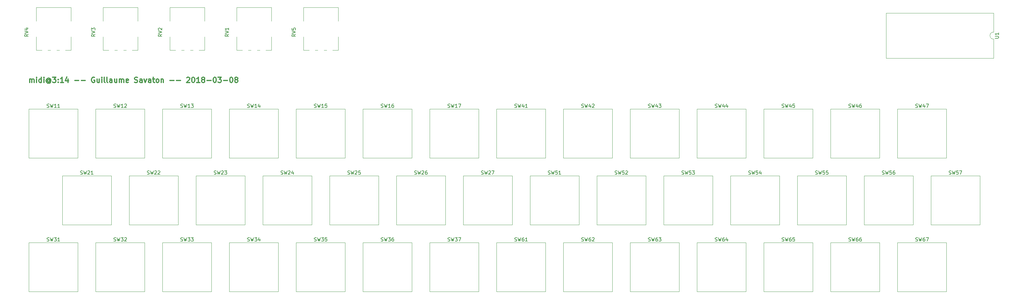
<source format=gto>
G04 #@! TF.GenerationSoftware,KiCad,Pcbnew,5.0.0-rc1-44a33f2~62~ubuntu16.04.1*
G04 #@! TF.CreationDate,2018-03-08T22:41:24+01:00*
G04 #@! TF.ProjectId,midi314,6D6964693331342E6B696361645F7063,rev?*
G04 #@! TF.SameCoordinates,Original*
G04 #@! TF.FileFunction,Legend,Top*
G04 #@! TF.FilePolarity,Positive*
%FSLAX46Y46*%
G04 Gerber Fmt 4.6, Leading zero omitted, Abs format (unit mm)*
G04 Created by KiCad (PCBNEW 5.0.0-rc1-44a33f2~62~ubuntu16.04.1) date Thu Mar  8 22:41:24 2018*
%MOMM*%
%LPD*%
G01*
G04 APERTURE LIST*
%ADD10C,0.300000*%
%ADD11C,0.120000*%
%ADD12C,0.150000*%
G04 APERTURE END LIST*
D10*
X68147142Y-122598571D02*
X68147142Y-121598571D01*
X68147142Y-121741428D02*
X68218571Y-121670000D01*
X68361428Y-121598571D01*
X68575714Y-121598571D01*
X68718571Y-121670000D01*
X68790000Y-121812857D01*
X68790000Y-122598571D01*
X68790000Y-121812857D02*
X68861428Y-121670000D01*
X69004285Y-121598571D01*
X69218571Y-121598571D01*
X69361428Y-121670000D01*
X69432857Y-121812857D01*
X69432857Y-122598571D01*
X70147142Y-122598571D02*
X70147142Y-121598571D01*
X70147142Y-121098571D02*
X70075714Y-121170000D01*
X70147142Y-121241428D01*
X70218571Y-121170000D01*
X70147142Y-121098571D01*
X70147142Y-121241428D01*
X71504285Y-122598571D02*
X71504285Y-121098571D01*
X71504285Y-122527142D02*
X71361428Y-122598571D01*
X71075714Y-122598571D01*
X70932857Y-122527142D01*
X70861428Y-122455714D01*
X70790000Y-122312857D01*
X70790000Y-121884285D01*
X70861428Y-121741428D01*
X70932857Y-121670000D01*
X71075714Y-121598571D01*
X71361428Y-121598571D01*
X71504285Y-121670000D01*
X72218571Y-122598571D02*
X72218571Y-121598571D01*
X72218571Y-121098571D02*
X72147142Y-121170000D01*
X72218571Y-121241428D01*
X72290000Y-121170000D01*
X72218571Y-121098571D01*
X72218571Y-121241428D01*
X73861428Y-121884285D02*
X73790000Y-121812857D01*
X73647142Y-121741428D01*
X73504285Y-121741428D01*
X73361428Y-121812857D01*
X73290000Y-121884285D01*
X73218571Y-122027142D01*
X73218571Y-122170000D01*
X73290000Y-122312857D01*
X73361428Y-122384285D01*
X73504285Y-122455714D01*
X73647142Y-122455714D01*
X73790000Y-122384285D01*
X73861428Y-122312857D01*
X73861428Y-121741428D02*
X73861428Y-122312857D01*
X73932857Y-122384285D01*
X74004285Y-122384285D01*
X74147142Y-122312857D01*
X74218571Y-122170000D01*
X74218571Y-121812857D01*
X74075714Y-121598571D01*
X73861428Y-121455714D01*
X73575714Y-121384285D01*
X73290000Y-121455714D01*
X73075714Y-121598571D01*
X72932857Y-121812857D01*
X72861428Y-122098571D01*
X72932857Y-122384285D01*
X73075714Y-122598571D01*
X73290000Y-122741428D01*
X73575714Y-122812857D01*
X73861428Y-122741428D01*
X74075714Y-122598571D01*
X74718571Y-121098571D02*
X75647142Y-121098571D01*
X75147142Y-121670000D01*
X75361428Y-121670000D01*
X75504285Y-121741428D01*
X75575714Y-121812857D01*
X75647142Y-121955714D01*
X75647142Y-122312857D01*
X75575714Y-122455714D01*
X75504285Y-122527142D01*
X75361428Y-122598571D01*
X74932857Y-122598571D01*
X74790000Y-122527142D01*
X74718571Y-122455714D01*
X76290000Y-122455714D02*
X76361428Y-122527142D01*
X76290000Y-122598571D01*
X76218571Y-122527142D01*
X76290000Y-122455714D01*
X76290000Y-122598571D01*
X76290000Y-121670000D02*
X76361428Y-121741428D01*
X76290000Y-121812857D01*
X76218571Y-121741428D01*
X76290000Y-121670000D01*
X76290000Y-121812857D01*
X77790000Y-122598571D02*
X76932857Y-122598571D01*
X77361428Y-122598571D02*
X77361428Y-121098571D01*
X77218571Y-121312857D01*
X77075714Y-121455714D01*
X76932857Y-121527142D01*
X79075714Y-121598571D02*
X79075714Y-122598571D01*
X78718571Y-121027142D02*
X78361428Y-122098571D01*
X79290000Y-122098571D01*
X81004285Y-122027142D02*
X82147142Y-122027142D01*
X82861428Y-122027142D02*
X84004285Y-122027142D01*
X86647142Y-121170000D02*
X86504285Y-121098571D01*
X86290000Y-121098571D01*
X86075714Y-121170000D01*
X85932857Y-121312857D01*
X85861428Y-121455714D01*
X85790000Y-121741428D01*
X85790000Y-121955714D01*
X85861428Y-122241428D01*
X85932857Y-122384285D01*
X86075714Y-122527142D01*
X86290000Y-122598571D01*
X86432857Y-122598571D01*
X86647142Y-122527142D01*
X86718571Y-122455714D01*
X86718571Y-121955714D01*
X86432857Y-121955714D01*
X88004285Y-121598571D02*
X88004285Y-122598571D01*
X87361428Y-121598571D02*
X87361428Y-122384285D01*
X87432857Y-122527142D01*
X87575714Y-122598571D01*
X87790000Y-122598571D01*
X87932857Y-122527142D01*
X88004285Y-122455714D01*
X88718571Y-122598571D02*
X88718571Y-121598571D01*
X88718571Y-121098571D02*
X88647142Y-121170000D01*
X88718571Y-121241428D01*
X88790000Y-121170000D01*
X88718571Y-121098571D01*
X88718571Y-121241428D01*
X89647142Y-122598571D02*
X89504285Y-122527142D01*
X89432857Y-122384285D01*
X89432857Y-121098571D01*
X90432857Y-122598571D02*
X90290000Y-122527142D01*
X90218571Y-122384285D01*
X90218571Y-121098571D01*
X91647142Y-122598571D02*
X91647142Y-121812857D01*
X91575714Y-121670000D01*
X91432857Y-121598571D01*
X91147142Y-121598571D01*
X91004285Y-121670000D01*
X91647142Y-122527142D02*
X91504285Y-122598571D01*
X91147142Y-122598571D01*
X91004285Y-122527142D01*
X90932857Y-122384285D01*
X90932857Y-122241428D01*
X91004285Y-122098571D01*
X91147142Y-122027142D01*
X91504285Y-122027142D01*
X91647142Y-121955714D01*
X93004285Y-121598571D02*
X93004285Y-122598571D01*
X92361428Y-121598571D02*
X92361428Y-122384285D01*
X92432857Y-122527142D01*
X92575714Y-122598571D01*
X92790000Y-122598571D01*
X92932857Y-122527142D01*
X93004285Y-122455714D01*
X93718571Y-122598571D02*
X93718571Y-121598571D01*
X93718571Y-121741428D02*
X93790000Y-121670000D01*
X93932857Y-121598571D01*
X94147142Y-121598571D01*
X94290000Y-121670000D01*
X94361428Y-121812857D01*
X94361428Y-122598571D01*
X94361428Y-121812857D02*
X94432857Y-121670000D01*
X94575714Y-121598571D01*
X94790000Y-121598571D01*
X94932857Y-121670000D01*
X95004285Y-121812857D01*
X95004285Y-122598571D01*
X96290000Y-122527142D02*
X96147142Y-122598571D01*
X95861428Y-122598571D01*
X95718571Y-122527142D01*
X95647142Y-122384285D01*
X95647142Y-121812857D01*
X95718571Y-121670000D01*
X95861428Y-121598571D01*
X96147142Y-121598571D01*
X96290000Y-121670000D01*
X96361428Y-121812857D01*
X96361428Y-121955714D01*
X95647142Y-122098571D01*
X98075714Y-122527142D02*
X98290000Y-122598571D01*
X98647142Y-122598571D01*
X98790000Y-122527142D01*
X98861428Y-122455714D01*
X98932857Y-122312857D01*
X98932857Y-122170000D01*
X98861428Y-122027142D01*
X98790000Y-121955714D01*
X98647142Y-121884285D01*
X98361428Y-121812857D01*
X98218571Y-121741428D01*
X98147142Y-121670000D01*
X98075714Y-121527142D01*
X98075714Y-121384285D01*
X98147142Y-121241428D01*
X98218571Y-121170000D01*
X98361428Y-121098571D01*
X98718571Y-121098571D01*
X98932857Y-121170000D01*
X100218571Y-122598571D02*
X100218571Y-121812857D01*
X100147142Y-121670000D01*
X100004285Y-121598571D01*
X99718571Y-121598571D01*
X99575714Y-121670000D01*
X100218571Y-122527142D02*
X100075714Y-122598571D01*
X99718571Y-122598571D01*
X99575714Y-122527142D01*
X99504285Y-122384285D01*
X99504285Y-122241428D01*
X99575714Y-122098571D01*
X99718571Y-122027142D01*
X100075714Y-122027142D01*
X100218571Y-121955714D01*
X100790000Y-121598571D02*
X101147142Y-122598571D01*
X101504285Y-121598571D01*
X102718571Y-122598571D02*
X102718571Y-121812857D01*
X102647142Y-121670000D01*
X102504285Y-121598571D01*
X102218571Y-121598571D01*
X102075714Y-121670000D01*
X102718571Y-122527142D02*
X102575714Y-122598571D01*
X102218571Y-122598571D01*
X102075714Y-122527142D01*
X102004285Y-122384285D01*
X102004285Y-122241428D01*
X102075714Y-122098571D01*
X102218571Y-122027142D01*
X102575714Y-122027142D01*
X102718571Y-121955714D01*
X103218571Y-121598571D02*
X103790000Y-121598571D01*
X103432857Y-121098571D02*
X103432857Y-122384285D01*
X103504285Y-122527142D01*
X103647142Y-122598571D01*
X103790000Y-122598571D01*
X104504285Y-122598571D02*
X104361428Y-122527142D01*
X104290000Y-122455714D01*
X104218571Y-122312857D01*
X104218571Y-121884285D01*
X104290000Y-121741428D01*
X104361428Y-121670000D01*
X104504285Y-121598571D01*
X104718571Y-121598571D01*
X104861428Y-121670000D01*
X104932857Y-121741428D01*
X105004285Y-121884285D01*
X105004285Y-122312857D01*
X104932857Y-122455714D01*
X104861428Y-122527142D01*
X104718571Y-122598571D01*
X104504285Y-122598571D01*
X105647142Y-121598571D02*
X105647142Y-122598571D01*
X105647142Y-121741428D02*
X105718571Y-121670000D01*
X105861428Y-121598571D01*
X106075714Y-121598571D01*
X106218571Y-121670000D01*
X106290000Y-121812857D01*
X106290000Y-122598571D01*
X108147142Y-122027142D02*
X109290000Y-122027142D01*
X110004285Y-122027142D02*
X111147142Y-122027142D01*
X112932857Y-121241428D02*
X113004285Y-121170000D01*
X113147142Y-121098571D01*
X113504285Y-121098571D01*
X113647142Y-121170000D01*
X113718571Y-121241428D01*
X113790000Y-121384285D01*
X113790000Y-121527142D01*
X113718571Y-121741428D01*
X112861428Y-122598571D01*
X113790000Y-122598571D01*
X114718571Y-121098571D02*
X114861428Y-121098571D01*
X115004285Y-121170000D01*
X115075714Y-121241428D01*
X115147142Y-121384285D01*
X115218571Y-121670000D01*
X115218571Y-122027142D01*
X115147142Y-122312857D01*
X115075714Y-122455714D01*
X115004285Y-122527142D01*
X114861428Y-122598571D01*
X114718571Y-122598571D01*
X114575714Y-122527142D01*
X114504285Y-122455714D01*
X114432857Y-122312857D01*
X114361428Y-122027142D01*
X114361428Y-121670000D01*
X114432857Y-121384285D01*
X114504285Y-121241428D01*
X114575714Y-121170000D01*
X114718571Y-121098571D01*
X116647142Y-122598571D02*
X115790000Y-122598571D01*
X116218571Y-122598571D02*
X116218571Y-121098571D01*
X116075714Y-121312857D01*
X115932857Y-121455714D01*
X115790000Y-121527142D01*
X117504285Y-121741428D02*
X117361428Y-121670000D01*
X117290000Y-121598571D01*
X117218571Y-121455714D01*
X117218571Y-121384285D01*
X117290000Y-121241428D01*
X117361428Y-121170000D01*
X117504285Y-121098571D01*
X117790000Y-121098571D01*
X117932857Y-121170000D01*
X118004285Y-121241428D01*
X118075714Y-121384285D01*
X118075714Y-121455714D01*
X118004285Y-121598571D01*
X117932857Y-121670000D01*
X117790000Y-121741428D01*
X117504285Y-121741428D01*
X117361428Y-121812857D01*
X117290000Y-121884285D01*
X117218571Y-122027142D01*
X117218571Y-122312857D01*
X117290000Y-122455714D01*
X117361428Y-122527142D01*
X117504285Y-122598571D01*
X117790000Y-122598571D01*
X117932857Y-122527142D01*
X118004285Y-122455714D01*
X118075714Y-122312857D01*
X118075714Y-122027142D01*
X118004285Y-121884285D01*
X117932857Y-121812857D01*
X117790000Y-121741428D01*
X118718571Y-122027142D02*
X119861428Y-122027142D01*
X120861428Y-121098571D02*
X121004285Y-121098571D01*
X121147142Y-121170000D01*
X121218571Y-121241428D01*
X121290000Y-121384285D01*
X121361428Y-121670000D01*
X121361428Y-122027142D01*
X121290000Y-122312857D01*
X121218571Y-122455714D01*
X121147142Y-122527142D01*
X121004285Y-122598571D01*
X120861428Y-122598571D01*
X120718571Y-122527142D01*
X120647142Y-122455714D01*
X120575714Y-122312857D01*
X120504285Y-122027142D01*
X120504285Y-121670000D01*
X120575714Y-121384285D01*
X120647142Y-121241428D01*
X120718571Y-121170000D01*
X120861428Y-121098571D01*
X121861428Y-121098571D02*
X122790000Y-121098571D01*
X122290000Y-121670000D01*
X122504285Y-121670000D01*
X122647142Y-121741428D01*
X122718571Y-121812857D01*
X122790000Y-121955714D01*
X122790000Y-122312857D01*
X122718571Y-122455714D01*
X122647142Y-122527142D01*
X122504285Y-122598571D01*
X122075714Y-122598571D01*
X121932857Y-122527142D01*
X121861428Y-122455714D01*
X123432857Y-122027142D02*
X124575714Y-122027142D01*
X125575714Y-121098571D02*
X125718571Y-121098571D01*
X125861428Y-121170000D01*
X125932857Y-121241428D01*
X126004285Y-121384285D01*
X126075714Y-121670000D01*
X126075714Y-122027142D01*
X126004285Y-122312857D01*
X125932857Y-122455714D01*
X125861428Y-122527142D01*
X125718571Y-122598571D01*
X125575714Y-122598571D01*
X125432857Y-122527142D01*
X125361428Y-122455714D01*
X125290000Y-122312857D01*
X125218571Y-122027142D01*
X125218571Y-121670000D01*
X125290000Y-121384285D01*
X125361428Y-121241428D01*
X125432857Y-121170000D01*
X125575714Y-121098571D01*
X126932857Y-121741428D02*
X126790000Y-121670000D01*
X126718571Y-121598571D01*
X126647142Y-121455714D01*
X126647142Y-121384285D01*
X126718571Y-121241428D01*
X126790000Y-121170000D01*
X126932857Y-121098571D01*
X127218571Y-121098571D01*
X127361428Y-121170000D01*
X127432857Y-121241428D01*
X127504285Y-121384285D01*
X127504285Y-121455714D01*
X127432857Y-121598571D01*
X127361428Y-121670000D01*
X127218571Y-121741428D01*
X126932857Y-121741428D01*
X126790000Y-121812857D01*
X126718571Y-121884285D01*
X126647142Y-122027142D01*
X126647142Y-122312857D01*
X126718571Y-122455714D01*
X126790000Y-122527142D01*
X126932857Y-122598571D01*
X127218571Y-122598571D01*
X127361428Y-122527142D01*
X127432857Y-122455714D01*
X127504285Y-122312857D01*
X127504285Y-122027142D01*
X127432857Y-121884285D01*
X127361428Y-121812857D01*
X127218571Y-121741428D01*
D11*
X89050000Y-113420000D02*
X89050000Y-109555000D01*
X89050000Y-105045000D02*
X89050000Y-101180000D01*
X98990000Y-113420000D02*
X98990000Y-109555000D01*
X98990000Y-105045000D02*
X98990000Y-101180000D01*
X89050000Y-113420000D02*
X90649000Y-113420000D01*
X92391000Y-113420000D02*
X93150000Y-113420000D01*
X94891000Y-113420000D02*
X95650000Y-113420000D01*
X97390000Y-113420000D02*
X98990000Y-113420000D01*
X89050000Y-101180000D02*
X98990000Y-101180000D01*
X108100000Y-101180000D02*
X118040000Y-101180000D01*
X116440000Y-113420000D02*
X118040000Y-113420000D01*
X113941000Y-113420000D02*
X114700000Y-113420000D01*
X111441000Y-113420000D02*
X112200000Y-113420000D01*
X108100000Y-113420000D02*
X109699000Y-113420000D01*
X118040000Y-105045000D02*
X118040000Y-101180000D01*
X118040000Y-113420000D02*
X118040000Y-109555000D01*
X108100000Y-105045000D02*
X108100000Y-101180000D01*
X108100000Y-113420000D02*
X108100000Y-109555000D01*
X127150000Y-113420000D02*
X127150000Y-109555000D01*
X127150000Y-105045000D02*
X127150000Y-101180000D01*
X137090000Y-113420000D02*
X137090000Y-109555000D01*
X137090000Y-105045000D02*
X137090000Y-101180000D01*
X127150000Y-113420000D02*
X128749000Y-113420000D01*
X130491000Y-113420000D02*
X131250000Y-113420000D01*
X132991000Y-113420000D02*
X133750000Y-113420000D01*
X135490000Y-113420000D02*
X137090000Y-113420000D01*
X127150000Y-101180000D02*
X137090000Y-101180000D01*
X146200000Y-101180000D02*
X156140000Y-101180000D01*
X154540000Y-113420000D02*
X156140000Y-113420000D01*
X152041000Y-113420000D02*
X152800000Y-113420000D01*
X149541000Y-113420000D02*
X150300000Y-113420000D01*
X146200000Y-113420000D02*
X147799000Y-113420000D01*
X156140000Y-105045000D02*
X156140000Y-101180000D01*
X156140000Y-113420000D02*
X156140000Y-109555000D01*
X146200000Y-105045000D02*
X146200000Y-101180000D01*
X146200000Y-113420000D02*
X146200000Y-109555000D01*
X70000000Y-113420000D02*
X70000000Y-109555000D01*
X70000000Y-105045000D02*
X70000000Y-101180000D01*
X79940000Y-113420000D02*
X79940000Y-109555000D01*
X79940000Y-105045000D02*
X79940000Y-101180000D01*
X70000000Y-113420000D02*
X71599000Y-113420000D01*
X73341000Y-113420000D02*
X74100000Y-113420000D01*
X75841000Y-113420000D02*
X76600000Y-113420000D01*
X78340000Y-113420000D02*
X79940000Y-113420000D01*
X70000000Y-101180000D02*
X79940000Y-101180000D01*
X220345000Y-144145000D02*
X220345000Y-130175000D01*
X234315000Y-144145000D02*
X220345000Y-144145000D01*
X234315000Y-130175000D02*
X234315000Y-144145000D01*
X220345000Y-130175000D02*
X234315000Y-130175000D01*
X342960000Y-115680000D02*
X342960000Y-110220000D01*
X312360000Y-115680000D02*
X342960000Y-115680000D01*
X312360000Y-102760000D02*
X312360000Y-115680000D01*
X342960000Y-102760000D02*
X312360000Y-102760000D01*
X342960000Y-108220000D02*
X342960000Y-102760000D01*
X342960000Y-110220000D02*
G75*
G02X342960000Y-108220000I0J1000000D01*
G01*
X315595000Y-144145000D02*
X315595000Y-130175000D01*
X329565000Y-144145000D02*
X315595000Y-144145000D01*
X329565000Y-130175000D02*
X329565000Y-144145000D01*
X315595000Y-130175000D02*
X329565000Y-130175000D01*
X67945000Y-144145000D02*
X67945000Y-130175000D01*
X81915000Y-144145000D02*
X67945000Y-144145000D01*
X81915000Y-130175000D02*
X81915000Y-144145000D01*
X67945000Y-130175000D02*
X81915000Y-130175000D01*
X86995000Y-144145000D02*
X86995000Y-130175000D01*
X100965000Y-144145000D02*
X86995000Y-144145000D01*
X100965000Y-130175000D02*
X100965000Y-144145000D01*
X86995000Y-130175000D02*
X100965000Y-130175000D01*
X106045000Y-144145000D02*
X106045000Y-130175000D01*
X120015000Y-144145000D02*
X106045000Y-144145000D01*
X120015000Y-130175000D02*
X120015000Y-144145000D01*
X106045000Y-130175000D02*
X120015000Y-130175000D01*
X125095000Y-144145000D02*
X125095000Y-130175000D01*
X139065000Y-144145000D02*
X125095000Y-144145000D01*
X139065000Y-130175000D02*
X139065000Y-144145000D01*
X125095000Y-130175000D02*
X139065000Y-130175000D01*
X144145000Y-144145000D02*
X144145000Y-130175000D01*
X158115000Y-144145000D02*
X144145000Y-144145000D01*
X158115000Y-130175000D02*
X158115000Y-144145000D01*
X144145000Y-130175000D02*
X158115000Y-130175000D01*
X163195000Y-144145000D02*
X163195000Y-130175000D01*
X177165000Y-144145000D02*
X163195000Y-144145000D01*
X177165000Y-130175000D02*
X177165000Y-144145000D01*
X163195000Y-130175000D02*
X177165000Y-130175000D01*
X182245000Y-144145000D02*
X182245000Y-130175000D01*
X196215000Y-144145000D02*
X182245000Y-144145000D01*
X196215000Y-130175000D02*
X196215000Y-144145000D01*
X182245000Y-130175000D02*
X196215000Y-130175000D01*
X77470000Y-163195000D02*
X77470000Y-149225000D01*
X91440000Y-163195000D02*
X77470000Y-163195000D01*
X91440000Y-149225000D02*
X91440000Y-163195000D01*
X77470000Y-149225000D02*
X91440000Y-149225000D01*
X96520000Y-163195000D02*
X96520000Y-149225000D01*
X110490000Y-163195000D02*
X96520000Y-163195000D01*
X110490000Y-149225000D02*
X110490000Y-163195000D01*
X96520000Y-149225000D02*
X110490000Y-149225000D01*
X115570000Y-163195000D02*
X115570000Y-149225000D01*
X129540000Y-163195000D02*
X115570000Y-163195000D01*
X129540000Y-149225000D02*
X129540000Y-163195000D01*
X115570000Y-149225000D02*
X129540000Y-149225000D01*
X134620000Y-163195000D02*
X134620000Y-149225000D01*
X148590000Y-163195000D02*
X134620000Y-163195000D01*
X148590000Y-149225000D02*
X148590000Y-163195000D01*
X134620000Y-149225000D02*
X148590000Y-149225000D01*
X153670000Y-163195000D02*
X153670000Y-149225000D01*
X167640000Y-163195000D02*
X153670000Y-163195000D01*
X167640000Y-149225000D02*
X167640000Y-163195000D01*
X153670000Y-149225000D02*
X167640000Y-149225000D01*
X172720000Y-163195000D02*
X172720000Y-149225000D01*
X186690000Y-163195000D02*
X172720000Y-163195000D01*
X186690000Y-149225000D02*
X186690000Y-163195000D01*
X172720000Y-149225000D02*
X186690000Y-149225000D01*
X191770000Y-163195000D02*
X191770000Y-149225000D01*
X205740000Y-163195000D02*
X191770000Y-163195000D01*
X205740000Y-149225000D02*
X205740000Y-163195000D01*
X191770000Y-149225000D02*
X205740000Y-149225000D01*
X67945000Y-182245000D02*
X67945000Y-168275000D01*
X81915000Y-182245000D02*
X67945000Y-182245000D01*
X81915000Y-168275000D02*
X81915000Y-182245000D01*
X67945000Y-168275000D02*
X81915000Y-168275000D01*
X86995000Y-182245000D02*
X86995000Y-168275000D01*
X100965000Y-182245000D02*
X86995000Y-182245000D01*
X100965000Y-168275000D02*
X100965000Y-182245000D01*
X86995000Y-168275000D02*
X100965000Y-168275000D01*
X106045000Y-182245000D02*
X106045000Y-168275000D01*
X120015000Y-182245000D02*
X106045000Y-182245000D01*
X120015000Y-168275000D02*
X120015000Y-182245000D01*
X106045000Y-168275000D02*
X120015000Y-168275000D01*
X125095000Y-182245000D02*
X125095000Y-168275000D01*
X139065000Y-182245000D02*
X125095000Y-182245000D01*
X139065000Y-168275000D02*
X139065000Y-182245000D01*
X125095000Y-168275000D02*
X139065000Y-168275000D01*
X144145000Y-182245000D02*
X144145000Y-168275000D01*
X158115000Y-182245000D02*
X144145000Y-182245000D01*
X158115000Y-168275000D02*
X158115000Y-182245000D01*
X144145000Y-168275000D02*
X158115000Y-168275000D01*
X163195000Y-182245000D02*
X163195000Y-168275000D01*
X177165000Y-182245000D02*
X163195000Y-182245000D01*
X177165000Y-168275000D02*
X177165000Y-182245000D01*
X163195000Y-168275000D02*
X177165000Y-168275000D01*
X182245000Y-182245000D02*
X182245000Y-168275000D01*
X196215000Y-182245000D02*
X182245000Y-182245000D01*
X196215000Y-168275000D02*
X196215000Y-182245000D01*
X182245000Y-168275000D02*
X196215000Y-168275000D01*
X201295000Y-144145000D02*
X201295000Y-130175000D01*
X215265000Y-144145000D02*
X201295000Y-144145000D01*
X215265000Y-130175000D02*
X215265000Y-144145000D01*
X201295000Y-130175000D02*
X215265000Y-130175000D01*
X239395000Y-144145000D02*
X239395000Y-130175000D01*
X253365000Y-144145000D02*
X239395000Y-144145000D01*
X253365000Y-130175000D02*
X253365000Y-144145000D01*
X239395000Y-130175000D02*
X253365000Y-130175000D01*
X258445000Y-144145000D02*
X258445000Y-130175000D01*
X272415000Y-144145000D02*
X258445000Y-144145000D01*
X272415000Y-130175000D02*
X272415000Y-144145000D01*
X258445000Y-130175000D02*
X272415000Y-130175000D01*
X277495000Y-144145000D02*
X277495000Y-130175000D01*
X291465000Y-144145000D02*
X277495000Y-144145000D01*
X291465000Y-130175000D02*
X291465000Y-144145000D01*
X277495000Y-130175000D02*
X291465000Y-130175000D01*
X296545000Y-144145000D02*
X296545000Y-130175000D01*
X310515000Y-144145000D02*
X296545000Y-144145000D01*
X310515000Y-130175000D02*
X310515000Y-144145000D01*
X296545000Y-130175000D02*
X310515000Y-130175000D01*
X210820000Y-163195000D02*
X210820000Y-149225000D01*
X224790000Y-163195000D02*
X210820000Y-163195000D01*
X224790000Y-149225000D02*
X224790000Y-163195000D01*
X210820000Y-149225000D02*
X224790000Y-149225000D01*
X229870000Y-163195000D02*
X229870000Y-149225000D01*
X243840000Y-163195000D02*
X229870000Y-163195000D01*
X243840000Y-149225000D02*
X243840000Y-163195000D01*
X229870000Y-149225000D02*
X243840000Y-149225000D01*
X248920000Y-163195000D02*
X248920000Y-149225000D01*
X262890000Y-163195000D02*
X248920000Y-163195000D01*
X262890000Y-149225000D02*
X262890000Y-163195000D01*
X248920000Y-149225000D02*
X262890000Y-149225000D01*
X267970000Y-163195000D02*
X267970000Y-149225000D01*
X281940000Y-163195000D02*
X267970000Y-163195000D01*
X281940000Y-149225000D02*
X281940000Y-163195000D01*
X267970000Y-149225000D02*
X281940000Y-149225000D01*
X287020000Y-163195000D02*
X287020000Y-149225000D01*
X300990000Y-163195000D02*
X287020000Y-163195000D01*
X300990000Y-149225000D02*
X300990000Y-163195000D01*
X287020000Y-149225000D02*
X300990000Y-149225000D01*
X306070000Y-163195000D02*
X306070000Y-149225000D01*
X320040000Y-163195000D02*
X306070000Y-163195000D01*
X320040000Y-149225000D02*
X320040000Y-163195000D01*
X306070000Y-149225000D02*
X320040000Y-149225000D01*
X325120000Y-163195000D02*
X325120000Y-149225000D01*
X339090000Y-163195000D02*
X325120000Y-163195000D01*
X339090000Y-149225000D02*
X339090000Y-163195000D01*
X325120000Y-149225000D02*
X339090000Y-149225000D01*
X201295000Y-182245000D02*
X201295000Y-168275000D01*
X215265000Y-182245000D02*
X201295000Y-182245000D01*
X215265000Y-168275000D02*
X215265000Y-182245000D01*
X201295000Y-168275000D02*
X215265000Y-168275000D01*
X220345000Y-182245000D02*
X220345000Y-168275000D01*
X234315000Y-182245000D02*
X220345000Y-182245000D01*
X234315000Y-168275000D02*
X234315000Y-182245000D01*
X220345000Y-168275000D02*
X234315000Y-168275000D01*
X239395000Y-182245000D02*
X239395000Y-168275000D01*
X253365000Y-182245000D02*
X239395000Y-182245000D01*
X253365000Y-168275000D02*
X253365000Y-182245000D01*
X239395000Y-168275000D02*
X253365000Y-168275000D01*
X258445000Y-182245000D02*
X258445000Y-168275000D01*
X272415000Y-182245000D02*
X258445000Y-182245000D01*
X272415000Y-168275000D02*
X272415000Y-182245000D01*
X258445000Y-168275000D02*
X272415000Y-168275000D01*
X277495000Y-182245000D02*
X277495000Y-168275000D01*
X291465000Y-182245000D02*
X277495000Y-182245000D01*
X291465000Y-168275000D02*
X291465000Y-182245000D01*
X277495000Y-168275000D02*
X291465000Y-168275000D01*
X296545000Y-182245000D02*
X296545000Y-168275000D01*
X310515000Y-182245000D02*
X296545000Y-182245000D01*
X310515000Y-168275000D02*
X310515000Y-182245000D01*
X296545000Y-168275000D02*
X310515000Y-168275000D01*
X315595000Y-182245000D02*
X315595000Y-168275000D01*
X329565000Y-182245000D02*
X315595000Y-182245000D01*
X329565000Y-168275000D02*
X329565000Y-182245000D01*
X315595000Y-168275000D02*
X329565000Y-168275000D01*
D12*
X86822380Y-108845238D02*
X86346190Y-109178571D01*
X86822380Y-109416666D02*
X85822380Y-109416666D01*
X85822380Y-109035714D01*
X85870000Y-108940476D01*
X85917619Y-108892857D01*
X86012857Y-108845238D01*
X86155714Y-108845238D01*
X86250952Y-108892857D01*
X86298571Y-108940476D01*
X86346190Y-109035714D01*
X86346190Y-109416666D01*
X85822380Y-108559523D02*
X86822380Y-108226190D01*
X85822380Y-107892857D01*
X85822380Y-107654761D02*
X85822380Y-107035714D01*
X86203333Y-107369047D01*
X86203333Y-107226190D01*
X86250952Y-107130952D01*
X86298571Y-107083333D01*
X86393809Y-107035714D01*
X86631904Y-107035714D01*
X86727142Y-107083333D01*
X86774761Y-107130952D01*
X86822380Y-107226190D01*
X86822380Y-107511904D01*
X86774761Y-107607142D01*
X86727142Y-107654761D01*
X105872380Y-108845238D02*
X105396190Y-109178571D01*
X105872380Y-109416666D02*
X104872380Y-109416666D01*
X104872380Y-109035714D01*
X104920000Y-108940476D01*
X104967619Y-108892857D01*
X105062857Y-108845238D01*
X105205714Y-108845238D01*
X105300952Y-108892857D01*
X105348571Y-108940476D01*
X105396190Y-109035714D01*
X105396190Y-109416666D01*
X104872380Y-108559523D02*
X105872380Y-108226190D01*
X104872380Y-107892857D01*
X104967619Y-107607142D02*
X104920000Y-107559523D01*
X104872380Y-107464285D01*
X104872380Y-107226190D01*
X104920000Y-107130952D01*
X104967619Y-107083333D01*
X105062857Y-107035714D01*
X105158095Y-107035714D01*
X105300952Y-107083333D01*
X105872380Y-107654761D01*
X105872380Y-107035714D01*
X124922380Y-108845238D02*
X124446190Y-109178571D01*
X124922380Y-109416666D02*
X123922380Y-109416666D01*
X123922380Y-109035714D01*
X123970000Y-108940476D01*
X124017619Y-108892857D01*
X124112857Y-108845238D01*
X124255714Y-108845238D01*
X124350952Y-108892857D01*
X124398571Y-108940476D01*
X124446190Y-109035714D01*
X124446190Y-109416666D01*
X123922380Y-108559523D02*
X124922380Y-108226190D01*
X123922380Y-107892857D01*
X124922380Y-107035714D02*
X124922380Y-107607142D01*
X124922380Y-107321428D02*
X123922380Y-107321428D01*
X124065238Y-107416666D01*
X124160476Y-107511904D01*
X124208095Y-107607142D01*
X143972380Y-108845238D02*
X143496190Y-109178571D01*
X143972380Y-109416666D02*
X142972380Y-109416666D01*
X142972380Y-109035714D01*
X143020000Y-108940476D01*
X143067619Y-108892857D01*
X143162857Y-108845238D01*
X143305714Y-108845238D01*
X143400952Y-108892857D01*
X143448571Y-108940476D01*
X143496190Y-109035714D01*
X143496190Y-109416666D01*
X142972380Y-108559523D02*
X143972380Y-108226190D01*
X142972380Y-107892857D01*
X142972380Y-107083333D02*
X142972380Y-107559523D01*
X143448571Y-107607142D01*
X143400952Y-107559523D01*
X143353333Y-107464285D01*
X143353333Y-107226190D01*
X143400952Y-107130952D01*
X143448571Y-107083333D01*
X143543809Y-107035714D01*
X143781904Y-107035714D01*
X143877142Y-107083333D01*
X143924761Y-107130952D01*
X143972380Y-107226190D01*
X143972380Y-107464285D01*
X143924761Y-107559523D01*
X143877142Y-107607142D01*
X67772380Y-108845238D02*
X67296190Y-109178571D01*
X67772380Y-109416666D02*
X66772380Y-109416666D01*
X66772380Y-109035714D01*
X66820000Y-108940476D01*
X66867619Y-108892857D01*
X66962857Y-108845238D01*
X67105714Y-108845238D01*
X67200952Y-108892857D01*
X67248571Y-108940476D01*
X67296190Y-109035714D01*
X67296190Y-109416666D01*
X66772380Y-108559523D02*
X67772380Y-108226190D01*
X66772380Y-107892857D01*
X67105714Y-107130952D02*
X67772380Y-107130952D01*
X66724761Y-107369047D02*
X67439047Y-107607142D01*
X67439047Y-106988095D01*
X225520476Y-129690761D02*
X225663333Y-129738380D01*
X225901428Y-129738380D01*
X225996666Y-129690761D01*
X226044285Y-129643142D01*
X226091904Y-129547904D01*
X226091904Y-129452666D01*
X226044285Y-129357428D01*
X225996666Y-129309809D01*
X225901428Y-129262190D01*
X225710952Y-129214571D01*
X225615714Y-129166952D01*
X225568095Y-129119333D01*
X225520476Y-129024095D01*
X225520476Y-128928857D01*
X225568095Y-128833619D01*
X225615714Y-128786000D01*
X225710952Y-128738380D01*
X225949047Y-128738380D01*
X226091904Y-128786000D01*
X226425238Y-128738380D02*
X226663333Y-129738380D01*
X226853809Y-129024095D01*
X227044285Y-129738380D01*
X227282380Y-128738380D01*
X228091904Y-129071714D02*
X228091904Y-129738380D01*
X227853809Y-128690761D02*
X227615714Y-129405047D01*
X228234761Y-129405047D01*
X228568095Y-128833619D02*
X228615714Y-128786000D01*
X228710952Y-128738380D01*
X228949047Y-128738380D01*
X229044285Y-128786000D01*
X229091904Y-128833619D01*
X229139523Y-128928857D01*
X229139523Y-129024095D01*
X229091904Y-129166952D01*
X228520476Y-129738380D01*
X229139523Y-129738380D01*
X343412380Y-109981904D02*
X344221904Y-109981904D01*
X344317142Y-109934285D01*
X344364761Y-109886666D01*
X344412380Y-109791428D01*
X344412380Y-109600952D01*
X344364761Y-109505714D01*
X344317142Y-109458095D01*
X344221904Y-109410476D01*
X343412380Y-109410476D01*
X344412380Y-108410476D02*
X344412380Y-108981904D01*
X344412380Y-108696190D02*
X343412380Y-108696190D01*
X343555238Y-108791428D01*
X343650476Y-108886666D01*
X343698095Y-108981904D01*
X320770476Y-129690761D02*
X320913333Y-129738380D01*
X321151428Y-129738380D01*
X321246666Y-129690761D01*
X321294285Y-129643142D01*
X321341904Y-129547904D01*
X321341904Y-129452666D01*
X321294285Y-129357428D01*
X321246666Y-129309809D01*
X321151428Y-129262190D01*
X320960952Y-129214571D01*
X320865714Y-129166952D01*
X320818095Y-129119333D01*
X320770476Y-129024095D01*
X320770476Y-128928857D01*
X320818095Y-128833619D01*
X320865714Y-128786000D01*
X320960952Y-128738380D01*
X321199047Y-128738380D01*
X321341904Y-128786000D01*
X321675238Y-128738380D02*
X321913333Y-129738380D01*
X322103809Y-129024095D01*
X322294285Y-129738380D01*
X322532380Y-128738380D01*
X323341904Y-129071714D02*
X323341904Y-129738380D01*
X323103809Y-128690761D02*
X322865714Y-129405047D01*
X323484761Y-129405047D01*
X323770476Y-128738380D02*
X324437142Y-128738380D01*
X324008571Y-129738380D01*
X73120476Y-129690761D02*
X73263333Y-129738380D01*
X73501428Y-129738380D01*
X73596666Y-129690761D01*
X73644285Y-129643142D01*
X73691904Y-129547904D01*
X73691904Y-129452666D01*
X73644285Y-129357428D01*
X73596666Y-129309809D01*
X73501428Y-129262190D01*
X73310952Y-129214571D01*
X73215714Y-129166952D01*
X73168095Y-129119333D01*
X73120476Y-129024095D01*
X73120476Y-128928857D01*
X73168095Y-128833619D01*
X73215714Y-128786000D01*
X73310952Y-128738380D01*
X73549047Y-128738380D01*
X73691904Y-128786000D01*
X74025238Y-128738380D02*
X74263333Y-129738380D01*
X74453809Y-129024095D01*
X74644285Y-129738380D01*
X74882380Y-128738380D01*
X75787142Y-129738380D02*
X75215714Y-129738380D01*
X75501428Y-129738380D02*
X75501428Y-128738380D01*
X75406190Y-128881238D01*
X75310952Y-128976476D01*
X75215714Y-129024095D01*
X76739523Y-129738380D02*
X76168095Y-129738380D01*
X76453809Y-129738380D02*
X76453809Y-128738380D01*
X76358571Y-128881238D01*
X76263333Y-128976476D01*
X76168095Y-129024095D01*
X92170476Y-129690761D02*
X92313333Y-129738380D01*
X92551428Y-129738380D01*
X92646666Y-129690761D01*
X92694285Y-129643142D01*
X92741904Y-129547904D01*
X92741904Y-129452666D01*
X92694285Y-129357428D01*
X92646666Y-129309809D01*
X92551428Y-129262190D01*
X92360952Y-129214571D01*
X92265714Y-129166952D01*
X92218095Y-129119333D01*
X92170476Y-129024095D01*
X92170476Y-128928857D01*
X92218095Y-128833619D01*
X92265714Y-128786000D01*
X92360952Y-128738380D01*
X92599047Y-128738380D01*
X92741904Y-128786000D01*
X93075238Y-128738380D02*
X93313333Y-129738380D01*
X93503809Y-129024095D01*
X93694285Y-129738380D01*
X93932380Y-128738380D01*
X94837142Y-129738380D02*
X94265714Y-129738380D01*
X94551428Y-129738380D02*
X94551428Y-128738380D01*
X94456190Y-128881238D01*
X94360952Y-128976476D01*
X94265714Y-129024095D01*
X95218095Y-128833619D02*
X95265714Y-128786000D01*
X95360952Y-128738380D01*
X95599047Y-128738380D01*
X95694285Y-128786000D01*
X95741904Y-128833619D01*
X95789523Y-128928857D01*
X95789523Y-129024095D01*
X95741904Y-129166952D01*
X95170476Y-129738380D01*
X95789523Y-129738380D01*
X111220476Y-129690761D02*
X111363333Y-129738380D01*
X111601428Y-129738380D01*
X111696666Y-129690761D01*
X111744285Y-129643142D01*
X111791904Y-129547904D01*
X111791904Y-129452666D01*
X111744285Y-129357428D01*
X111696666Y-129309809D01*
X111601428Y-129262190D01*
X111410952Y-129214571D01*
X111315714Y-129166952D01*
X111268095Y-129119333D01*
X111220476Y-129024095D01*
X111220476Y-128928857D01*
X111268095Y-128833619D01*
X111315714Y-128786000D01*
X111410952Y-128738380D01*
X111649047Y-128738380D01*
X111791904Y-128786000D01*
X112125238Y-128738380D02*
X112363333Y-129738380D01*
X112553809Y-129024095D01*
X112744285Y-129738380D01*
X112982380Y-128738380D01*
X113887142Y-129738380D02*
X113315714Y-129738380D01*
X113601428Y-129738380D02*
X113601428Y-128738380D01*
X113506190Y-128881238D01*
X113410952Y-128976476D01*
X113315714Y-129024095D01*
X114220476Y-128738380D02*
X114839523Y-128738380D01*
X114506190Y-129119333D01*
X114649047Y-129119333D01*
X114744285Y-129166952D01*
X114791904Y-129214571D01*
X114839523Y-129309809D01*
X114839523Y-129547904D01*
X114791904Y-129643142D01*
X114744285Y-129690761D01*
X114649047Y-129738380D01*
X114363333Y-129738380D01*
X114268095Y-129690761D01*
X114220476Y-129643142D01*
X130270476Y-129690761D02*
X130413333Y-129738380D01*
X130651428Y-129738380D01*
X130746666Y-129690761D01*
X130794285Y-129643142D01*
X130841904Y-129547904D01*
X130841904Y-129452666D01*
X130794285Y-129357428D01*
X130746666Y-129309809D01*
X130651428Y-129262190D01*
X130460952Y-129214571D01*
X130365714Y-129166952D01*
X130318095Y-129119333D01*
X130270476Y-129024095D01*
X130270476Y-128928857D01*
X130318095Y-128833619D01*
X130365714Y-128786000D01*
X130460952Y-128738380D01*
X130699047Y-128738380D01*
X130841904Y-128786000D01*
X131175238Y-128738380D02*
X131413333Y-129738380D01*
X131603809Y-129024095D01*
X131794285Y-129738380D01*
X132032380Y-128738380D01*
X132937142Y-129738380D02*
X132365714Y-129738380D01*
X132651428Y-129738380D02*
X132651428Y-128738380D01*
X132556190Y-128881238D01*
X132460952Y-128976476D01*
X132365714Y-129024095D01*
X133794285Y-129071714D02*
X133794285Y-129738380D01*
X133556190Y-128690761D02*
X133318095Y-129405047D01*
X133937142Y-129405047D01*
X149320476Y-129690761D02*
X149463333Y-129738380D01*
X149701428Y-129738380D01*
X149796666Y-129690761D01*
X149844285Y-129643142D01*
X149891904Y-129547904D01*
X149891904Y-129452666D01*
X149844285Y-129357428D01*
X149796666Y-129309809D01*
X149701428Y-129262190D01*
X149510952Y-129214571D01*
X149415714Y-129166952D01*
X149368095Y-129119333D01*
X149320476Y-129024095D01*
X149320476Y-128928857D01*
X149368095Y-128833619D01*
X149415714Y-128786000D01*
X149510952Y-128738380D01*
X149749047Y-128738380D01*
X149891904Y-128786000D01*
X150225238Y-128738380D02*
X150463333Y-129738380D01*
X150653809Y-129024095D01*
X150844285Y-129738380D01*
X151082380Y-128738380D01*
X151987142Y-129738380D02*
X151415714Y-129738380D01*
X151701428Y-129738380D02*
X151701428Y-128738380D01*
X151606190Y-128881238D01*
X151510952Y-128976476D01*
X151415714Y-129024095D01*
X152891904Y-128738380D02*
X152415714Y-128738380D01*
X152368095Y-129214571D01*
X152415714Y-129166952D01*
X152510952Y-129119333D01*
X152749047Y-129119333D01*
X152844285Y-129166952D01*
X152891904Y-129214571D01*
X152939523Y-129309809D01*
X152939523Y-129547904D01*
X152891904Y-129643142D01*
X152844285Y-129690761D01*
X152749047Y-129738380D01*
X152510952Y-129738380D01*
X152415714Y-129690761D01*
X152368095Y-129643142D01*
X168370476Y-129690761D02*
X168513333Y-129738380D01*
X168751428Y-129738380D01*
X168846666Y-129690761D01*
X168894285Y-129643142D01*
X168941904Y-129547904D01*
X168941904Y-129452666D01*
X168894285Y-129357428D01*
X168846666Y-129309809D01*
X168751428Y-129262190D01*
X168560952Y-129214571D01*
X168465714Y-129166952D01*
X168418095Y-129119333D01*
X168370476Y-129024095D01*
X168370476Y-128928857D01*
X168418095Y-128833619D01*
X168465714Y-128786000D01*
X168560952Y-128738380D01*
X168799047Y-128738380D01*
X168941904Y-128786000D01*
X169275238Y-128738380D02*
X169513333Y-129738380D01*
X169703809Y-129024095D01*
X169894285Y-129738380D01*
X170132380Y-128738380D01*
X171037142Y-129738380D02*
X170465714Y-129738380D01*
X170751428Y-129738380D02*
X170751428Y-128738380D01*
X170656190Y-128881238D01*
X170560952Y-128976476D01*
X170465714Y-129024095D01*
X171894285Y-128738380D02*
X171703809Y-128738380D01*
X171608571Y-128786000D01*
X171560952Y-128833619D01*
X171465714Y-128976476D01*
X171418095Y-129166952D01*
X171418095Y-129547904D01*
X171465714Y-129643142D01*
X171513333Y-129690761D01*
X171608571Y-129738380D01*
X171799047Y-129738380D01*
X171894285Y-129690761D01*
X171941904Y-129643142D01*
X171989523Y-129547904D01*
X171989523Y-129309809D01*
X171941904Y-129214571D01*
X171894285Y-129166952D01*
X171799047Y-129119333D01*
X171608571Y-129119333D01*
X171513333Y-129166952D01*
X171465714Y-129214571D01*
X171418095Y-129309809D01*
X187420476Y-129690761D02*
X187563333Y-129738380D01*
X187801428Y-129738380D01*
X187896666Y-129690761D01*
X187944285Y-129643142D01*
X187991904Y-129547904D01*
X187991904Y-129452666D01*
X187944285Y-129357428D01*
X187896666Y-129309809D01*
X187801428Y-129262190D01*
X187610952Y-129214571D01*
X187515714Y-129166952D01*
X187468095Y-129119333D01*
X187420476Y-129024095D01*
X187420476Y-128928857D01*
X187468095Y-128833619D01*
X187515714Y-128786000D01*
X187610952Y-128738380D01*
X187849047Y-128738380D01*
X187991904Y-128786000D01*
X188325238Y-128738380D02*
X188563333Y-129738380D01*
X188753809Y-129024095D01*
X188944285Y-129738380D01*
X189182380Y-128738380D01*
X190087142Y-129738380D02*
X189515714Y-129738380D01*
X189801428Y-129738380D02*
X189801428Y-128738380D01*
X189706190Y-128881238D01*
X189610952Y-128976476D01*
X189515714Y-129024095D01*
X190420476Y-128738380D02*
X191087142Y-128738380D01*
X190658571Y-129738380D01*
X82645476Y-148740761D02*
X82788333Y-148788380D01*
X83026428Y-148788380D01*
X83121666Y-148740761D01*
X83169285Y-148693142D01*
X83216904Y-148597904D01*
X83216904Y-148502666D01*
X83169285Y-148407428D01*
X83121666Y-148359809D01*
X83026428Y-148312190D01*
X82835952Y-148264571D01*
X82740714Y-148216952D01*
X82693095Y-148169333D01*
X82645476Y-148074095D01*
X82645476Y-147978857D01*
X82693095Y-147883619D01*
X82740714Y-147836000D01*
X82835952Y-147788380D01*
X83074047Y-147788380D01*
X83216904Y-147836000D01*
X83550238Y-147788380D02*
X83788333Y-148788380D01*
X83978809Y-148074095D01*
X84169285Y-148788380D01*
X84407380Y-147788380D01*
X84740714Y-147883619D02*
X84788333Y-147836000D01*
X84883571Y-147788380D01*
X85121666Y-147788380D01*
X85216904Y-147836000D01*
X85264523Y-147883619D01*
X85312142Y-147978857D01*
X85312142Y-148074095D01*
X85264523Y-148216952D01*
X84693095Y-148788380D01*
X85312142Y-148788380D01*
X86264523Y-148788380D02*
X85693095Y-148788380D01*
X85978809Y-148788380D02*
X85978809Y-147788380D01*
X85883571Y-147931238D01*
X85788333Y-148026476D01*
X85693095Y-148074095D01*
X101695476Y-148740761D02*
X101838333Y-148788380D01*
X102076428Y-148788380D01*
X102171666Y-148740761D01*
X102219285Y-148693142D01*
X102266904Y-148597904D01*
X102266904Y-148502666D01*
X102219285Y-148407428D01*
X102171666Y-148359809D01*
X102076428Y-148312190D01*
X101885952Y-148264571D01*
X101790714Y-148216952D01*
X101743095Y-148169333D01*
X101695476Y-148074095D01*
X101695476Y-147978857D01*
X101743095Y-147883619D01*
X101790714Y-147836000D01*
X101885952Y-147788380D01*
X102124047Y-147788380D01*
X102266904Y-147836000D01*
X102600238Y-147788380D02*
X102838333Y-148788380D01*
X103028809Y-148074095D01*
X103219285Y-148788380D01*
X103457380Y-147788380D01*
X103790714Y-147883619D02*
X103838333Y-147836000D01*
X103933571Y-147788380D01*
X104171666Y-147788380D01*
X104266904Y-147836000D01*
X104314523Y-147883619D01*
X104362142Y-147978857D01*
X104362142Y-148074095D01*
X104314523Y-148216952D01*
X103743095Y-148788380D01*
X104362142Y-148788380D01*
X104743095Y-147883619D02*
X104790714Y-147836000D01*
X104885952Y-147788380D01*
X105124047Y-147788380D01*
X105219285Y-147836000D01*
X105266904Y-147883619D01*
X105314523Y-147978857D01*
X105314523Y-148074095D01*
X105266904Y-148216952D01*
X104695476Y-148788380D01*
X105314523Y-148788380D01*
X120745476Y-148740761D02*
X120888333Y-148788380D01*
X121126428Y-148788380D01*
X121221666Y-148740761D01*
X121269285Y-148693142D01*
X121316904Y-148597904D01*
X121316904Y-148502666D01*
X121269285Y-148407428D01*
X121221666Y-148359809D01*
X121126428Y-148312190D01*
X120935952Y-148264571D01*
X120840714Y-148216952D01*
X120793095Y-148169333D01*
X120745476Y-148074095D01*
X120745476Y-147978857D01*
X120793095Y-147883619D01*
X120840714Y-147836000D01*
X120935952Y-147788380D01*
X121174047Y-147788380D01*
X121316904Y-147836000D01*
X121650238Y-147788380D02*
X121888333Y-148788380D01*
X122078809Y-148074095D01*
X122269285Y-148788380D01*
X122507380Y-147788380D01*
X122840714Y-147883619D02*
X122888333Y-147836000D01*
X122983571Y-147788380D01*
X123221666Y-147788380D01*
X123316904Y-147836000D01*
X123364523Y-147883619D01*
X123412142Y-147978857D01*
X123412142Y-148074095D01*
X123364523Y-148216952D01*
X122793095Y-148788380D01*
X123412142Y-148788380D01*
X123745476Y-147788380D02*
X124364523Y-147788380D01*
X124031190Y-148169333D01*
X124174047Y-148169333D01*
X124269285Y-148216952D01*
X124316904Y-148264571D01*
X124364523Y-148359809D01*
X124364523Y-148597904D01*
X124316904Y-148693142D01*
X124269285Y-148740761D01*
X124174047Y-148788380D01*
X123888333Y-148788380D01*
X123793095Y-148740761D01*
X123745476Y-148693142D01*
X139795476Y-148740761D02*
X139938333Y-148788380D01*
X140176428Y-148788380D01*
X140271666Y-148740761D01*
X140319285Y-148693142D01*
X140366904Y-148597904D01*
X140366904Y-148502666D01*
X140319285Y-148407428D01*
X140271666Y-148359809D01*
X140176428Y-148312190D01*
X139985952Y-148264571D01*
X139890714Y-148216952D01*
X139843095Y-148169333D01*
X139795476Y-148074095D01*
X139795476Y-147978857D01*
X139843095Y-147883619D01*
X139890714Y-147836000D01*
X139985952Y-147788380D01*
X140224047Y-147788380D01*
X140366904Y-147836000D01*
X140700238Y-147788380D02*
X140938333Y-148788380D01*
X141128809Y-148074095D01*
X141319285Y-148788380D01*
X141557380Y-147788380D01*
X141890714Y-147883619D02*
X141938333Y-147836000D01*
X142033571Y-147788380D01*
X142271666Y-147788380D01*
X142366904Y-147836000D01*
X142414523Y-147883619D01*
X142462142Y-147978857D01*
X142462142Y-148074095D01*
X142414523Y-148216952D01*
X141843095Y-148788380D01*
X142462142Y-148788380D01*
X143319285Y-148121714D02*
X143319285Y-148788380D01*
X143081190Y-147740761D02*
X142843095Y-148455047D01*
X143462142Y-148455047D01*
X158845476Y-148740761D02*
X158988333Y-148788380D01*
X159226428Y-148788380D01*
X159321666Y-148740761D01*
X159369285Y-148693142D01*
X159416904Y-148597904D01*
X159416904Y-148502666D01*
X159369285Y-148407428D01*
X159321666Y-148359809D01*
X159226428Y-148312190D01*
X159035952Y-148264571D01*
X158940714Y-148216952D01*
X158893095Y-148169333D01*
X158845476Y-148074095D01*
X158845476Y-147978857D01*
X158893095Y-147883619D01*
X158940714Y-147836000D01*
X159035952Y-147788380D01*
X159274047Y-147788380D01*
X159416904Y-147836000D01*
X159750238Y-147788380D02*
X159988333Y-148788380D01*
X160178809Y-148074095D01*
X160369285Y-148788380D01*
X160607380Y-147788380D01*
X160940714Y-147883619D02*
X160988333Y-147836000D01*
X161083571Y-147788380D01*
X161321666Y-147788380D01*
X161416904Y-147836000D01*
X161464523Y-147883619D01*
X161512142Y-147978857D01*
X161512142Y-148074095D01*
X161464523Y-148216952D01*
X160893095Y-148788380D01*
X161512142Y-148788380D01*
X162416904Y-147788380D02*
X161940714Y-147788380D01*
X161893095Y-148264571D01*
X161940714Y-148216952D01*
X162035952Y-148169333D01*
X162274047Y-148169333D01*
X162369285Y-148216952D01*
X162416904Y-148264571D01*
X162464523Y-148359809D01*
X162464523Y-148597904D01*
X162416904Y-148693142D01*
X162369285Y-148740761D01*
X162274047Y-148788380D01*
X162035952Y-148788380D01*
X161940714Y-148740761D01*
X161893095Y-148693142D01*
X177895476Y-148740761D02*
X178038333Y-148788380D01*
X178276428Y-148788380D01*
X178371666Y-148740761D01*
X178419285Y-148693142D01*
X178466904Y-148597904D01*
X178466904Y-148502666D01*
X178419285Y-148407428D01*
X178371666Y-148359809D01*
X178276428Y-148312190D01*
X178085952Y-148264571D01*
X177990714Y-148216952D01*
X177943095Y-148169333D01*
X177895476Y-148074095D01*
X177895476Y-147978857D01*
X177943095Y-147883619D01*
X177990714Y-147836000D01*
X178085952Y-147788380D01*
X178324047Y-147788380D01*
X178466904Y-147836000D01*
X178800238Y-147788380D02*
X179038333Y-148788380D01*
X179228809Y-148074095D01*
X179419285Y-148788380D01*
X179657380Y-147788380D01*
X179990714Y-147883619D02*
X180038333Y-147836000D01*
X180133571Y-147788380D01*
X180371666Y-147788380D01*
X180466904Y-147836000D01*
X180514523Y-147883619D01*
X180562142Y-147978857D01*
X180562142Y-148074095D01*
X180514523Y-148216952D01*
X179943095Y-148788380D01*
X180562142Y-148788380D01*
X181419285Y-147788380D02*
X181228809Y-147788380D01*
X181133571Y-147836000D01*
X181085952Y-147883619D01*
X180990714Y-148026476D01*
X180943095Y-148216952D01*
X180943095Y-148597904D01*
X180990714Y-148693142D01*
X181038333Y-148740761D01*
X181133571Y-148788380D01*
X181324047Y-148788380D01*
X181419285Y-148740761D01*
X181466904Y-148693142D01*
X181514523Y-148597904D01*
X181514523Y-148359809D01*
X181466904Y-148264571D01*
X181419285Y-148216952D01*
X181324047Y-148169333D01*
X181133571Y-148169333D01*
X181038333Y-148216952D01*
X180990714Y-148264571D01*
X180943095Y-148359809D01*
X196945476Y-148740761D02*
X197088333Y-148788380D01*
X197326428Y-148788380D01*
X197421666Y-148740761D01*
X197469285Y-148693142D01*
X197516904Y-148597904D01*
X197516904Y-148502666D01*
X197469285Y-148407428D01*
X197421666Y-148359809D01*
X197326428Y-148312190D01*
X197135952Y-148264571D01*
X197040714Y-148216952D01*
X196993095Y-148169333D01*
X196945476Y-148074095D01*
X196945476Y-147978857D01*
X196993095Y-147883619D01*
X197040714Y-147836000D01*
X197135952Y-147788380D01*
X197374047Y-147788380D01*
X197516904Y-147836000D01*
X197850238Y-147788380D02*
X198088333Y-148788380D01*
X198278809Y-148074095D01*
X198469285Y-148788380D01*
X198707380Y-147788380D01*
X199040714Y-147883619D02*
X199088333Y-147836000D01*
X199183571Y-147788380D01*
X199421666Y-147788380D01*
X199516904Y-147836000D01*
X199564523Y-147883619D01*
X199612142Y-147978857D01*
X199612142Y-148074095D01*
X199564523Y-148216952D01*
X198993095Y-148788380D01*
X199612142Y-148788380D01*
X199945476Y-147788380D02*
X200612142Y-147788380D01*
X200183571Y-148788380D01*
X73120476Y-167790761D02*
X73263333Y-167838380D01*
X73501428Y-167838380D01*
X73596666Y-167790761D01*
X73644285Y-167743142D01*
X73691904Y-167647904D01*
X73691904Y-167552666D01*
X73644285Y-167457428D01*
X73596666Y-167409809D01*
X73501428Y-167362190D01*
X73310952Y-167314571D01*
X73215714Y-167266952D01*
X73168095Y-167219333D01*
X73120476Y-167124095D01*
X73120476Y-167028857D01*
X73168095Y-166933619D01*
X73215714Y-166886000D01*
X73310952Y-166838380D01*
X73549047Y-166838380D01*
X73691904Y-166886000D01*
X74025238Y-166838380D02*
X74263333Y-167838380D01*
X74453809Y-167124095D01*
X74644285Y-167838380D01*
X74882380Y-166838380D01*
X75168095Y-166838380D02*
X75787142Y-166838380D01*
X75453809Y-167219333D01*
X75596666Y-167219333D01*
X75691904Y-167266952D01*
X75739523Y-167314571D01*
X75787142Y-167409809D01*
X75787142Y-167647904D01*
X75739523Y-167743142D01*
X75691904Y-167790761D01*
X75596666Y-167838380D01*
X75310952Y-167838380D01*
X75215714Y-167790761D01*
X75168095Y-167743142D01*
X76739523Y-167838380D02*
X76168095Y-167838380D01*
X76453809Y-167838380D02*
X76453809Y-166838380D01*
X76358571Y-166981238D01*
X76263333Y-167076476D01*
X76168095Y-167124095D01*
X92170476Y-167790761D02*
X92313333Y-167838380D01*
X92551428Y-167838380D01*
X92646666Y-167790761D01*
X92694285Y-167743142D01*
X92741904Y-167647904D01*
X92741904Y-167552666D01*
X92694285Y-167457428D01*
X92646666Y-167409809D01*
X92551428Y-167362190D01*
X92360952Y-167314571D01*
X92265714Y-167266952D01*
X92218095Y-167219333D01*
X92170476Y-167124095D01*
X92170476Y-167028857D01*
X92218095Y-166933619D01*
X92265714Y-166886000D01*
X92360952Y-166838380D01*
X92599047Y-166838380D01*
X92741904Y-166886000D01*
X93075238Y-166838380D02*
X93313333Y-167838380D01*
X93503809Y-167124095D01*
X93694285Y-167838380D01*
X93932380Y-166838380D01*
X94218095Y-166838380D02*
X94837142Y-166838380D01*
X94503809Y-167219333D01*
X94646666Y-167219333D01*
X94741904Y-167266952D01*
X94789523Y-167314571D01*
X94837142Y-167409809D01*
X94837142Y-167647904D01*
X94789523Y-167743142D01*
X94741904Y-167790761D01*
X94646666Y-167838380D01*
X94360952Y-167838380D01*
X94265714Y-167790761D01*
X94218095Y-167743142D01*
X95218095Y-166933619D02*
X95265714Y-166886000D01*
X95360952Y-166838380D01*
X95599047Y-166838380D01*
X95694285Y-166886000D01*
X95741904Y-166933619D01*
X95789523Y-167028857D01*
X95789523Y-167124095D01*
X95741904Y-167266952D01*
X95170476Y-167838380D01*
X95789523Y-167838380D01*
X111220476Y-167790761D02*
X111363333Y-167838380D01*
X111601428Y-167838380D01*
X111696666Y-167790761D01*
X111744285Y-167743142D01*
X111791904Y-167647904D01*
X111791904Y-167552666D01*
X111744285Y-167457428D01*
X111696666Y-167409809D01*
X111601428Y-167362190D01*
X111410952Y-167314571D01*
X111315714Y-167266952D01*
X111268095Y-167219333D01*
X111220476Y-167124095D01*
X111220476Y-167028857D01*
X111268095Y-166933619D01*
X111315714Y-166886000D01*
X111410952Y-166838380D01*
X111649047Y-166838380D01*
X111791904Y-166886000D01*
X112125238Y-166838380D02*
X112363333Y-167838380D01*
X112553809Y-167124095D01*
X112744285Y-167838380D01*
X112982380Y-166838380D01*
X113268095Y-166838380D02*
X113887142Y-166838380D01*
X113553809Y-167219333D01*
X113696666Y-167219333D01*
X113791904Y-167266952D01*
X113839523Y-167314571D01*
X113887142Y-167409809D01*
X113887142Y-167647904D01*
X113839523Y-167743142D01*
X113791904Y-167790761D01*
X113696666Y-167838380D01*
X113410952Y-167838380D01*
X113315714Y-167790761D01*
X113268095Y-167743142D01*
X114220476Y-166838380D02*
X114839523Y-166838380D01*
X114506190Y-167219333D01*
X114649047Y-167219333D01*
X114744285Y-167266952D01*
X114791904Y-167314571D01*
X114839523Y-167409809D01*
X114839523Y-167647904D01*
X114791904Y-167743142D01*
X114744285Y-167790761D01*
X114649047Y-167838380D01*
X114363333Y-167838380D01*
X114268095Y-167790761D01*
X114220476Y-167743142D01*
X130270476Y-167790761D02*
X130413333Y-167838380D01*
X130651428Y-167838380D01*
X130746666Y-167790761D01*
X130794285Y-167743142D01*
X130841904Y-167647904D01*
X130841904Y-167552666D01*
X130794285Y-167457428D01*
X130746666Y-167409809D01*
X130651428Y-167362190D01*
X130460952Y-167314571D01*
X130365714Y-167266952D01*
X130318095Y-167219333D01*
X130270476Y-167124095D01*
X130270476Y-167028857D01*
X130318095Y-166933619D01*
X130365714Y-166886000D01*
X130460952Y-166838380D01*
X130699047Y-166838380D01*
X130841904Y-166886000D01*
X131175238Y-166838380D02*
X131413333Y-167838380D01*
X131603809Y-167124095D01*
X131794285Y-167838380D01*
X132032380Y-166838380D01*
X132318095Y-166838380D02*
X132937142Y-166838380D01*
X132603809Y-167219333D01*
X132746666Y-167219333D01*
X132841904Y-167266952D01*
X132889523Y-167314571D01*
X132937142Y-167409809D01*
X132937142Y-167647904D01*
X132889523Y-167743142D01*
X132841904Y-167790761D01*
X132746666Y-167838380D01*
X132460952Y-167838380D01*
X132365714Y-167790761D01*
X132318095Y-167743142D01*
X133794285Y-167171714D02*
X133794285Y-167838380D01*
X133556190Y-166790761D02*
X133318095Y-167505047D01*
X133937142Y-167505047D01*
X149320476Y-167790761D02*
X149463333Y-167838380D01*
X149701428Y-167838380D01*
X149796666Y-167790761D01*
X149844285Y-167743142D01*
X149891904Y-167647904D01*
X149891904Y-167552666D01*
X149844285Y-167457428D01*
X149796666Y-167409809D01*
X149701428Y-167362190D01*
X149510952Y-167314571D01*
X149415714Y-167266952D01*
X149368095Y-167219333D01*
X149320476Y-167124095D01*
X149320476Y-167028857D01*
X149368095Y-166933619D01*
X149415714Y-166886000D01*
X149510952Y-166838380D01*
X149749047Y-166838380D01*
X149891904Y-166886000D01*
X150225238Y-166838380D02*
X150463333Y-167838380D01*
X150653809Y-167124095D01*
X150844285Y-167838380D01*
X151082380Y-166838380D01*
X151368095Y-166838380D02*
X151987142Y-166838380D01*
X151653809Y-167219333D01*
X151796666Y-167219333D01*
X151891904Y-167266952D01*
X151939523Y-167314571D01*
X151987142Y-167409809D01*
X151987142Y-167647904D01*
X151939523Y-167743142D01*
X151891904Y-167790761D01*
X151796666Y-167838380D01*
X151510952Y-167838380D01*
X151415714Y-167790761D01*
X151368095Y-167743142D01*
X152891904Y-166838380D02*
X152415714Y-166838380D01*
X152368095Y-167314571D01*
X152415714Y-167266952D01*
X152510952Y-167219333D01*
X152749047Y-167219333D01*
X152844285Y-167266952D01*
X152891904Y-167314571D01*
X152939523Y-167409809D01*
X152939523Y-167647904D01*
X152891904Y-167743142D01*
X152844285Y-167790761D01*
X152749047Y-167838380D01*
X152510952Y-167838380D01*
X152415714Y-167790761D01*
X152368095Y-167743142D01*
X168370476Y-167790761D02*
X168513333Y-167838380D01*
X168751428Y-167838380D01*
X168846666Y-167790761D01*
X168894285Y-167743142D01*
X168941904Y-167647904D01*
X168941904Y-167552666D01*
X168894285Y-167457428D01*
X168846666Y-167409809D01*
X168751428Y-167362190D01*
X168560952Y-167314571D01*
X168465714Y-167266952D01*
X168418095Y-167219333D01*
X168370476Y-167124095D01*
X168370476Y-167028857D01*
X168418095Y-166933619D01*
X168465714Y-166886000D01*
X168560952Y-166838380D01*
X168799047Y-166838380D01*
X168941904Y-166886000D01*
X169275238Y-166838380D02*
X169513333Y-167838380D01*
X169703809Y-167124095D01*
X169894285Y-167838380D01*
X170132380Y-166838380D01*
X170418095Y-166838380D02*
X171037142Y-166838380D01*
X170703809Y-167219333D01*
X170846666Y-167219333D01*
X170941904Y-167266952D01*
X170989523Y-167314571D01*
X171037142Y-167409809D01*
X171037142Y-167647904D01*
X170989523Y-167743142D01*
X170941904Y-167790761D01*
X170846666Y-167838380D01*
X170560952Y-167838380D01*
X170465714Y-167790761D01*
X170418095Y-167743142D01*
X171894285Y-166838380D02*
X171703809Y-166838380D01*
X171608571Y-166886000D01*
X171560952Y-166933619D01*
X171465714Y-167076476D01*
X171418095Y-167266952D01*
X171418095Y-167647904D01*
X171465714Y-167743142D01*
X171513333Y-167790761D01*
X171608571Y-167838380D01*
X171799047Y-167838380D01*
X171894285Y-167790761D01*
X171941904Y-167743142D01*
X171989523Y-167647904D01*
X171989523Y-167409809D01*
X171941904Y-167314571D01*
X171894285Y-167266952D01*
X171799047Y-167219333D01*
X171608571Y-167219333D01*
X171513333Y-167266952D01*
X171465714Y-167314571D01*
X171418095Y-167409809D01*
X187420476Y-167790761D02*
X187563333Y-167838380D01*
X187801428Y-167838380D01*
X187896666Y-167790761D01*
X187944285Y-167743142D01*
X187991904Y-167647904D01*
X187991904Y-167552666D01*
X187944285Y-167457428D01*
X187896666Y-167409809D01*
X187801428Y-167362190D01*
X187610952Y-167314571D01*
X187515714Y-167266952D01*
X187468095Y-167219333D01*
X187420476Y-167124095D01*
X187420476Y-167028857D01*
X187468095Y-166933619D01*
X187515714Y-166886000D01*
X187610952Y-166838380D01*
X187849047Y-166838380D01*
X187991904Y-166886000D01*
X188325238Y-166838380D02*
X188563333Y-167838380D01*
X188753809Y-167124095D01*
X188944285Y-167838380D01*
X189182380Y-166838380D01*
X189468095Y-166838380D02*
X190087142Y-166838380D01*
X189753809Y-167219333D01*
X189896666Y-167219333D01*
X189991904Y-167266952D01*
X190039523Y-167314571D01*
X190087142Y-167409809D01*
X190087142Y-167647904D01*
X190039523Y-167743142D01*
X189991904Y-167790761D01*
X189896666Y-167838380D01*
X189610952Y-167838380D01*
X189515714Y-167790761D01*
X189468095Y-167743142D01*
X190420476Y-166838380D02*
X191087142Y-166838380D01*
X190658571Y-167838380D01*
X206470476Y-129690761D02*
X206613333Y-129738380D01*
X206851428Y-129738380D01*
X206946666Y-129690761D01*
X206994285Y-129643142D01*
X207041904Y-129547904D01*
X207041904Y-129452666D01*
X206994285Y-129357428D01*
X206946666Y-129309809D01*
X206851428Y-129262190D01*
X206660952Y-129214571D01*
X206565714Y-129166952D01*
X206518095Y-129119333D01*
X206470476Y-129024095D01*
X206470476Y-128928857D01*
X206518095Y-128833619D01*
X206565714Y-128786000D01*
X206660952Y-128738380D01*
X206899047Y-128738380D01*
X207041904Y-128786000D01*
X207375238Y-128738380D02*
X207613333Y-129738380D01*
X207803809Y-129024095D01*
X207994285Y-129738380D01*
X208232380Y-128738380D01*
X209041904Y-129071714D02*
X209041904Y-129738380D01*
X208803809Y-128690761D02*
X208565714Y-129405047D01*
X209184761Y-129405047D01*
X210089523Y-129738380D02*
X209518095Y-129738380D01*
X209803809Y-129738380D02*
X209803809Y-128738380D01*
X209708571Y-128881238D01*
X209613333Y-128976476D01*
X209518095Y-129024095D01*
X244570476Y-129690761D02*
X244713333Y-129738380D01*
X244951428Y-129738380D01*
X245046666Y-129690761D01*
X245094285Y-129643142D01*
X245141904Y-129547904D01*
X245141904Y-129452666D01*
X245094285Y-129357428D01*
X245046666Y-129309809D01*
X244951428Y-129262190D01*
X244760952Y-129214571D01*
X244665714Y-129166952D01*
X244618095Y-129119333D01*
X244570476Y-129024095D01*
X244570476Y-128928857D01*
X244618095Y-128833619D01*
X244665714Y-128786000D01*
X244760952Y-128738380D01*
X244999047Y-128738380D01*
X245141904Y-128786000D01*
X245475238Y-128738380D02*
X245713333Y-129738380D01*
X245903809Y-129024095D01*
X246094285Y-129738380D01*
X246332380Y-128738380D01*
X247141904Y-129071714D02*
X247141904Y-129738380D01*
X246903809Y-128690761D02*
X246665714Y-129405047D01*
X247284761Y-129405047D01*
X247570476Y-128738380D02*
X248189523Y-128738380D01*
X247856190Y-129119333D01*
X247999047Y-129119333D01*
X248094285Y-129166952D01*
X248141904Y-129214571D01*
X248189523Y-129309809D01*
X248189523Y-129547904D01*
X248141904Y-129643142D01*
X248094285Y-129690761D01*
X247999047Y-129738380D01*
X247713333Y-129738380D01*
X247618095Y-129690761D01*
X247570476Y-129643142D01*
X263620476Y-129690761D02*
X263763333Y-129738380D01*
X264001428Y-129738380D01*
X264096666Y-129690761D01*
X264144285Y-129643142D01*
X264191904Y-129547904D01*
X264191904Y-129452666D01*
X264144285Y-129357428D01*
X264096666Y-129309809D01*
X264001428Y-129262190D01*
X263810952Y-129214571D01*
X263715714Y-129166952D01*
X263668095Y-129119333D01*
X263620476Y-129024095D01*
X263620476Y-128928857D01*
X263668095Y-128833619D01*
X263715714Y-128786000D01*
X263810952Y-128738380D01*
X264049047Y-128738380D01*
X264191904Y-128786000D01*
X264525238Y-128738380D02*
X264763333Y-129738380D01*
X264953809Y-129024095D01*
X265144285Y-129738380D01*
X265382380Y-128738380D01*
X266191904Y-129071714D02*
X266191904Y-129738380D01*
X265953809Y-128690761D02*
X265715714Y-129405047D01*
X266334761Y-129405047D01*
X267144285Y-129071714D02*
X267144285Y-129738380D01*
X266906190Y-128690761D02*
X266668095Y-129405047D01*
X267287142Y-129405047D01*
X282670476Y-129690761D02*
X282813333Y-129738380D01*
X283051428Y-129738380D01*
X283146666Y-129690761D01*
X283194285Y-129643142D01*
X283241904Y-129547904D01*
X283241904Y-129452666D01*
X283194285Y-129357428D01*
X283146666Y-129309809D01*
X283051428Y-129262190D01*
X282860952Y-129214571D01*
X282765714Y-129166952D01*
X282718095Y-129119333D01*
X282670476Y-129024095D01*
X282670476Y-128928857D01*
X282718095Y-128833619D01*
X282765714Y-128786000D01*
X282860952Y-128738380D01*
X283099047Y-128738380D01*
X283241904Y-128786000D01*
X283575238Y-128738380D02*
X283813333Y-129738380D01*
X284003809Y-129024095D01*
X284194285Y-129738380D01*
X284432380Y-128738380D01*
X285241904Y-129071714D02*
X285241904Y-129738380D01*
X285003809Y-128690761D02*
X284765714Y-129405047D01*
X285384761Y-129405047D01*
X286241904Y-128738380D02*
X285765714Y-128738380D01*
X285718095Y-129214571D01*
X285765714Y-129166952D01*
X285860952Y-129119333D01*
X286099047Y-129119333D01*
X286194285Y-129166952D01*
X286241904Y-129214571D01*
X286289523Y-129309809D01*
X286289523Y-129547904D01*
X286241904Y-129643142D01*
X286194285Y-129690761D01*
X286099047Y-129738380D01*
X285860952Y-129738380D01*
X285765714Y-129690761D01*
X285718095Y-129643142D01*
X301720476Y-129690761D02*
X301863333Y-129738380D01*
X302101428Y-129738380D01*
X302196666Y-129690761D01*
X302244285Y-129643142D01*
X302291904Y-129547904D01*
X302291904Y-129452666D01*
X302244285Y-129357428D01*
X302196666Y-129309809D01*
X302101428Y-129262190D01*
X301910952Y-129214571D01*
X301815714Y-129166952D01*
X301768095Y-129119333D01*
X301720476Y-129024095D01*
X301720476Y-128928857D01*
X301768095Y-128833619D01*
X301815714Y-128786000D01*
X301910952Y-128738380D01*
X302149047Y-128738380D01*
X302291904Y-128786000D01*
X302625238Y-128738380D02*
X302863333Y-129738380D01*
X303053809Y-129024095D01*
X303244285Y-129738380D01*
X303482380Y-128738380D01*
X304291904Y-129071714D02*
X304291904Y-129738380D01*
X304053809Y-128690761D02*
X303815714Y-129405047D01*
X304434761Y-129405047D01*
X305244285Y-128738380D02*
X305053809Y-128738380D01*
X304958571Y-128786000D01*
X304910952Y-128833619D01*
X304815714Y-128976476D01*
X304768095Y-129166952D01*
X304768095Y-129547904D01*
X304815714Y-129643142D01*
X304863333Y-129690761D01*
X304958571Y-129738380D01*
X305149047Y-129738380D01*
X305244285Y-129690761D01*
X305291904Y-129643142D01*
X305339523Y-129547904D01*
X305339523Y-129309809D01*
X305291904Y-129214571D01*
X305244285Y-129166952D01*
X305149047Y-129119333D01*
X304958571Y-129119333D01*
X304863333Y-129166952D01*
X304815714Y-129214571D01*
X304768095Y-129309809D01*
X215995476Y-148740761D02*
X216138333Y-148788380D01*
X216376428Y-148788380D01*
X216471666Y-148740761D01*
X216519285Y-148693142D01*
X216566904Y-148597904D01*
X216566904Y-148502666D01*
X216519285Y-148407428D01*
X216471666Y-148359809D01*
X216376428Y-148312190D01*
X216185952Y-148264571D01*
X216090714Y-148216952D01*
X216043095Y-148169333D01*
X215995476Y-148074095D01*
X215995476Y-147978857D01*
X216043095Y-147883619D01*
X216090714Y-147836000D01*
X216185952Y-147788380D01*
X216424047Y-147788380D01*
X216566904Y-147836000D01*
X216900238Y-147788380D02*
X217138333Y-148788380D01*
X217328809Y-148074095D01*
X217519285Y-148788380D01*
X217757380Y-147788380D01*
X218614523Y-147788380D02*
X218138333Y-147788380D01*
X218090714Y-148264571D01*
X218138333Y-148216952D01*
X218233571Y-148169333D01*
X218471666Y-148169333D01*
X218566904Y-148216952D01*
X218614523Y-148264571D01*
X218662142Y-148359809D01*
X218662142Y-148597904D01*
X218614523Y-148693142D01*
X218566904Y-148740761D01*
X218471666Y-148788380D01*
X218233571Y-148788380D01*
X218138333Y-148740761D01*
X218090714Y-148693142D01*
X219614523Y-148788380D02*
X219043095Y-148788380D01*
X219328809Y-148788380D02*
X219328809Y-147788380D01*
X219233571Y-147931238D01*
X219138333Y-148026476D01*
X219043095Y-148074095D01*
X235045476Y-148740761D02*
X235188333Y-148788380D01*
X235426428Y-148788380D01*
X235521666Y-148740761D01*
X235569285Y-148693142D01*
X235616904Y-148597904D01*
X235616904Y-148502666D01*
X235569285Y-148407428D01*
X235521666Y-148359809D01*
X235426428Y-148312190D01*
X235235952Y-148264571D01*
X235140714Y-148216952D01*
X235093095Y-148169333D01*
X235045476Y-148074095D01*
X235045476Y-147978857D01*
X235093095Y-147883619D01*
X235140714Y-147836000D01*
X235235952Y-147788380D01*
X235474047Y-147788380D01*
X235616904Y-147836000D01*
X235950238Y-147788380D02*
X236188333Y-148788380D01*
X236378809Y-148074095D01*
X236569285Y-148788380D01*
X236807380Y-147788380D01*
X237664523Y-147788380D02*
X237188333Y-147788380D01*
X237140714Y-148264571D01*
X237188333Y-148216952D01*
X237283571Y-148169333D01*
X237521666Y-148169333D01*
X237616904Y-148216952D01*
X237664523Y-148264571D01*
X237712142Y-148359809D01*
X237712142Y-148597904D01*
X237664523Y-148693142D01*
X237616904Y-148740761D01*
X237521666Y-148788380D01*
X237283571Y-148788380D01*
X237188333Y-148740761D01*
X237140714Y-148693142D01*
X238093095Y-147883619D02*
X238140714Y-147836000D01*
X238235952Y-147788380D01*
X238474047Y-147788380D01*
X238569285Y-147836000D01*
X238616904Y-147883619D01*
X238664523Y-147978857D01*
X238664523Y-148074095D01*
X238616904Y-148216952D01*
X238045476Y-148788380D01*
X238664523Y-148788380D01*
X254095476Y-148740761D02*
X254238333Y-148788380D01*
X254476428Y-148788380D01*
X254571666Y-148740761D01*
X254619285Y-148693142D01*
X254666904Y-148597904D01*
X254666904Y-148502666D01*
X254619285Y-148407428D01*
X254571666Y-148359809D01*
X254476428Y-148312190D01*
X254285952Y-148264571D01*
X254190714Y-148216952D01*
X254143095Y-148169333D01*
X254095476Y-148074095D01*
X254095476Y-147978857D01*
X254143095Y-147883619D01*
X254190714Y-147836000D01*
X254285952Y-147788380D01*
X254524047Y-147788380D01*
X254666904Y-147836000D01*
X255000238Y-147788380D02*
X255238333Y-148788380D01*
X255428809Y-148074095D01*
X255619285Y-148788380D01*
X255857380Y-147788380D01*
X256714523Y-147788380D02*
X256238333Y-147788380D01*
X256190714Y-148264571D01*
X256238333Y-148216952D01*
X256333571Y-148169333D01*
X256571666Y-148169333D01*
X256666904Y-148216952D01*
X256714523Y-148264571D01*
X256762142Y-148359809D01*
X256762142Y-148597904D01*
X256714523Y-148693142D01*
X256666904Y-148740761D01*
X256571666Y-148788380D01*
X256333571Y-148788380D01*
X256238333Y-148740761D01*
X256190714Y-148693142D01*
X257095476Y-147788380D02*
X257714523Y-147788380D01*
X257381190Y-148169333D01*
X257524047Y-148169333D01*
X257619285Y-148216952D01*
X257666904Y-148264571D01*
X257714523Y-148359809D01*
X257714523Y-148597904D01*
X257666904Y-148693142D01*
X257619285Y-148740761D01*
X257524047Y-148788380D01*
X257238333Y-148788380D01*
X257143095Y-148740761D01*
X257095476Y-148693142D01*
X273145476Y-148740761D02*
X273288333Y-148788380D01*
X273526428Y-148788380D01*
X273621666Y-148740761D01*
X273669285Y-148693142D01*
X273716904Y-148597904D01*
X273716904Y-148502666D01*
X273669285Y-148407428D01*
X273621666Y-148359809D01*
X273526428Y-148312190D01*
X273335952Y-148264571D01*
X273240714Y-148216952D01*
X273193095Y-148169333D01*
X273145476Y-148074095D01*
X273145476Y-147978857D01*
X273193095Y-147883619D01*
X273240714Y-147836000D01*
X273335952Y-147788380D01*
X273574047Y-147788380D01*
X273716904Y-147836000D01*
X274050238Y-147788380D02*
X274288333Y-148788380D01*
X274478809Y-148074095D01*
X274669285Y-148788380D01*
X274907380Y-147788380D01*
X275764523Y-147788380D02*
X275288333Y-147788380D01*
X275240714Y-148264571D01*
X275288333Y-148216952D01*
X275383571Y-148169333D01*
X275621666Y-148169333D01*
X275716904Y-148216952D01*
X275764523Y-148264571D01*
X275812142Y-148359809D01*
X275812142Y-148597904D01*
X275764523Y-148693142D01*
X275716904Y-148740761D01*
X275621666Y-148788380D01*
X275383571Y-148788380D01*
X275288333Y-148740761D01*
X275240714Y-148693142D01*
X276669285Y-148121714D02*
X276669285Y-148788380D01*
X276431190Y-147740761D02*
X276193095Y-148455047D01*
X276812142Y-148455047D01*
X292195476Y-148740761D02*
X292338333Y-148788380D01*
X292576428Y-148788380D01*
X292671666Y-148740761D01*
X292719285Y-148693142D01*
X292766904Y-148597904D01*
X292766904Y-148502666D01*
X292719285Y-148407428D01*
X292671666Y-148359809D01*
X292576428Y-148312190D01*
X292385952Y-148264571D01*
X292290714Y-148216952D01*
X292243095Y-148169333D01*
X292195476Y-148074095D01*
X292195476Y-147978857D01*
X292243095Y-147883619D01*
X292290714Y-147836000D01*
X292385952Y-147788380D01*
X292624047Y-147788380D01*
X292766904Y-147836000D01*
X293100238Y-147788380D02*
X293338333Y-148788380D01*
X293528809Y-148074095D01*
X293719285Y-148788380D01*
X293957380Y-147788380D01*
X294814523Y-147788380D02*
X294338333Y-147788380D01*
X294290714Y-148264571D01*
X294338333Y-148216952D01*
X294433571Y-148169333D01*
X294671666Y-148169333D01*
X294766904Y-148216952D01*
X294814523Y-148264571D01*
X294862142Y-148359809D01*
X294862142Y-148597904D01*
X294814523Y-148693142D01*
X294766904Y-148740761D01*
X294671666Y-148788380D01*
X294433571Y-148788380D01*
X294338333Y-148740761D01*
X294290714Y-148693142D01*
X295766904Y-147788380D02*
X295290714Y-147788380D01*
X295243095Y-148264571D01*
X295290714Y-148216952D01*
X295385952Y-148169333D01*
X295624047Y-148169333D01*
X295719285Y-148216952D01*
X295766904Y-148264571D01*
X295814523Y-148359809D01*
X295814523Y-148597904D01*
X295766904Y-148693142D01*
X295719285Y-148740761D01*
X295624047Y-148788380D01*
X295385952Y-148788380D01*
X295290714Y-148740761D01*
X295243095Y-148693142D01*
X311245476Y-148740761D02*
X311388333Y-148788380D01*
X311626428Y-148788380D01*
X311721666Y-148740761D01*
X311769285Y-148693142D01*
X311816904Y-148597904D01*
X311816904Y-148502666D01*
X311769285Y-148407428D01*
X311721666Y-148359809D01*
X311626428Y-148312190D01*
X311435952Y-148264571D01*
X311340714Y-148216952D01*
X311293095Y-148169333D01*
X311245476Y-148074095D01*
X311245476Y-147978857D01*
X311293095Y-147883619D01*
X311340714Y-147836000D01*
X311435952Y-147788380D01*
X311674047Y-147788380D01*
X311816904Y-147836000D01*
X312150238Y-147788380D02*
X312388333Y-148788380D01*
X312578809Y-148074095D01*
X312769285Y-148788380D01*
X313007380Y-147788380D01*
X313864523Y-147788380D02*
X313388333Y-147788380D01*
X313340714Y-148264571D01*
X313388333Y-148216952D01*
X313483571Y-148169333D01*
X313721666Y-148169333D01*
X313816904Y-148216952D01*
X313864523Y-148264571D01*
X313912142Y-148359809D01*
X313912142Y-148597904D01*
X313864523Y-148693142D01*
X313816904Y-148740761D01*
X313721666Y-148788380D01*
X313483571Y-148788380D01*
X313388333Y-148740761D01*
X313340714Y-148693142D01*
X314769285Y-147788380D02*
X314578809Y-147788380D01*
X314483571Y-147836000D01*
X314435952Y-147883619D01*
X314340714Y-148026476D01*
X314293095Y-148216952D01*
X314293095Y-148597904D01*
X314340714Y-148693142D01*
X314388333Y-148740761D01*
X314483571Y-148788380D01*
X314674047Y-148788380D01*
X314769285Y-148740761D01*
X314816904Y-148693142D01*
X314864523Y-148597904D01*
X314864523Y-148359809D01*
X314816904Y-148264571D01*
X314769285Y-148216952D01*
X314674047Y-148169333D01*
X314483571Y-148169333D01*
X314388333Y-148216952D01*
X314340714Y-148264571D01*
X314293095Y-148359809D01*
X330295476Y-148740761D02*
X330438333Y-148788380D01*
X330676428Y-148788380D01*
X330771666Y-148740761D01*
X330819285Y-148693142D01*
X330866904Y-148597904D01*
X330866904Y-148502666D01*
X330819285Y-148407428D01*
X330771666Y-148359809D01*
X330676428Y-148312190D01*
X330485952Y-148264571D01*
X330390714Y-148216952D01*
X330343095Y-148169333D01*
X330295476Y-148074095D01*
X330295476Y-147978857D01*
X330343095Y-147883619D01*
X330390714Y-147836000D01*
X330485952Y-147788380D01*
X330724047Y-147788380D01*
X330866904Y-147836000D01*
X331200238Y-147788380D02*
X331438333Y-148788380D01*
X331628809Y-148074095D01*
X331819285Y-148788380D01*
X332057380Y-147788380D01*
X332914523Y-147788380D02*
X332438333Y-147788380D01*
X332390714Y-148264571D01*
X332438333Y-148216952D01*
X332533571Y-148169333D01*
X332771666Y-148169333D01*
X332866904Y-148216952D01*
X332914523Y-148264571D01*
X332962142Y-148359809D01*
X332962142Y-148597904D01*
X332914523Y-148693142D01*
X332866904Y-148740761D01*
X332771666Y-148788380D01*
X332533571Y-148788380D01*
X332438333Y-148740761D01*
X332390714Y-148693142D01*
X333295476Y-147788380D02*
X333962142Y-147788380D01*
X333533571Y-148788380D01*
X206470476Y-167790761D02*
X206613333Y-167838380D01*
X206851428Y-167838380D01*
X206946666Y-167790761D01*
X206994285Y-167743142D01*
X207041904Y-167647904D01*
X207041904Y-167552666D01*
X206994285Y-167457428D01*
X206946666Y-167409809D01*
X206851428Y-167362190D01*
X206660952Y-167314571D01*
X206565714Y-167266952D01*
X206518095Y-167219333D01*
X206470476Y-167124095D01*
X206470476Y-167028857D01*
X206518095Y-166933619D01*
X206565714Y-166886000D01*
X206660952Y-166838380D01*
X206899047Y-166838380D01*
X207041904Y-166886000D01*
X207375238Y-166838380D02*
X207613333Y-167838380D01*
X207803809Y-167124095D01*
X207994285Y-167838380D01*
X208232380Y-166838380D01*
X209041904Y-166838380D02*
X208851428Y-166838380D01*
X208756190Y-166886000D01*
X208708571Y-166933619D01*
X208613333Y-167076476D01*
X208565714Y-167266952D01*
X208565714Y-167647904D01*
X208613333Y-167743142D01*
X208660952Y-167790761D01*
X208756190Y-167838380D01*
X208946666Y-167838380D01*
X209041904Y-167790761D01*
X209089523Y-167743142D01*
X209137142Y-167647904D01*
X209137142Y-167409809D01*
X209089523Y-167314571D01*
X209041904Y-167266952D01*
X208946666Y-167219333D01*
X208756190Y-167219333D01*
X208660952Y-167266952D01*
X208613333Y-167314571D01*
X208565714Y-167409809D01*
X210089523Y-167838380D02*
X209518095Y-167838380D01*
X209803809Y-167838380D02*
X209803809Y-166838380D01*
X209708571Y-166981238D01*
X209613333Y-167076476D01*
X209518095Y-167124095D01*
X225520476Y-167790761D02*
X225663333Y-167838380D01*
X225901428Y-167838380D01*
X225996666Y-167790761D01*
X226044285Y-167743142D01*
X226091904Y-167647904D01*
X226091904Y-167552666D01*
X226044285Y-167457428D01*
X225996666Y-167409809D01*
X225901428Y-167362190D01*
X225710952Y-167314571D01*
X225615714Y-167266952D01*
X225568095Y-167219333D01*
X225520476Y-167124095D01*
X225520476Y-167028857D01*
X225568095Y-166933619D01*
X225615714Y-166886000D01*
X225710952Y-166838380D01*
X225949047Y-166838380D01*
X226091904Y-166886000D01*
X226425238Y-166838380D02*
X226663333Y-167838380D01*
X226853809Y-167124095D01*
X227044285Y-167838380D01*
X227282380Y-166838380D01*
X228091904Y-166838380D02*
X227901428Y-166838380D01*
X227806190Y-166886000D01*
X227758571Y-166933619D01*
X227663333Y-167076476D01*
X227615714Y-167266952D01*
X227615714Y-167647904D01*
X227663333Y-167743142D01*
X227710952Y-167790761D01*
X227806190Y-167838380D01*
X227996666Y-167838380D01*
X228091904Y-167790761D01*
X228139523Y-167743142D01*
X228187142Y-167647904D01*
X228187142Y-167409809D01*
X228139523Y-167314571D01*
X228091904Y-167266952D01*
X227996666Y-167219333D01*
X227806190Y-167219333D01*
X227710952Y-167266952D01*
X227663333Y-167314571D01*
X227615714Y-167409809D01*
X228568095Y-166933619D02*
X228615714Y-166886000D01*
X228710952Y-166838380D01*
X228949047Y-166838380D01*
X229044285Y-166886000D01*
X229091904Y-166933619D01*
X229139523Y-167028857D01*
X229139523Y-167124095D01*
X229091904Y-167266952D01*
X228520476Y-167838380D01*
X229139523Y-167838380D01*
X244570476Y-167790761D02*
X244713333Y-167838380D01*
X244951428Y-167838380D01*
X245046666Y-167790761D01*
X245094285Y-167743142D01*
X245141904Y-167647904D01*
X245141904Y-167552666D01*
X245094285Y-167457428D01*
X245046666Y-167409809D01*
X244951428Y-167362190D01*
X244760952Y-167314571D01*
X244665714Y-167266952D01*
X244618095Y-167219333D01*
X244570476Y-167124095D01*
X244570476Y-167028857D01*
X244618095Y-166933619D01*
X244665714Y-166886000D01*
X244760952Y-166838380D01*
X244999047Y-166838380D01*
X245141904Y-166886000D01*
X245475238Y-166838380D02*
X245713333Y-167838380D01*
X245903809Y-167124095D01*
X246094285Y-167838380D01*
X246332380Y-166838380D01*
X247141904Y-166838380D02*
X246951428Y-166838380D01*
X246856190Y-166886000D01*
X246808571Y-166933619D01*
X246713333Y-167076476D01*
X246665714Y-167266952D01*
X246665714Y-167647904D01*
X246713333Y-167743142D01*
X246760952Y-167790761D01*
X246856190Y-167838380D01*
X247046666Y-167838380D01*
X247141904Y-167790761D01*
X247189523Y-167743142D01*
X247237142Y-167647904D01*
X247237142Y-167409809D01*
X247189523Y-167314571D01*
X247141904Y-167266952D01*
X247046666Y-167219333D01*
X246856190Y-167219333D01*
X246760952Y-167266952D01*
X246713333Y-167314571D01*
X246665714Y-167409809D01*
X247570476Y-166838380D02*
X248189523Y-166838380D01*
X247856190Y-167219333D01*
X247999047Y-167219333D01*
X248094285Y-167266952D01*
X248141904Y-167314571D01*
X248189523Y-167409809D01*
X248189523Y-167647904D01*
X248141904Y-167743142D01*
X248094285Y-167790761D01*
X247999047Y-167838380D01*
X247713333Y-167838380D01*
X247618095Y-167790761D01*
X247570476Y-167743142D01*
X263620476Y-167790761D02*
X263763333Y-167838380D01*
X264001428Y-167838380D01*
X264096666Y-167790761D01*
X264144285Y-167743142D01*
X264191904Y-167647904D01*
X264191904Y-167552666D01*
X264144285Y-167457428D01*
X264096666Y-167409809D01*
X264001428Y-167362190D01*
X263810952Y-167314571D01*
X263715714Y-167266952D01*
X263668095Y-167219333D01*
X263620476Y-167124095D01*
X263620476Y-167028857D01*
X263668095Y-166933619D01*
X263715714Y-166886000D01*
X263810952Y-166838380D01*
X264049047Y-166838380D01*
X264191904Y-166886000D01*
X264525238Y-166838380D02*
X264763333Y-167838380D01*
X264953809Y-167124095D01*
X265144285Y-167838380D01*
X265382380Y-166838380D01*
X266191904Y-166838380D02*
X266001428Y-166838380D01*
X265906190Y-166886000D01*
X265858571Y-166933619D01*
X265763333Y-167076476D01*
X265715714Y-167266952D01*
X265715714Y-167647904D01*
X265763333Y-167743142D01*
X265810952Y-167790761D01*
X265906190Y-167838380D01*
X266096666Y-167838380D01*
X266191904Y-167790761D01*
X266239523Y-167743142D01*
X266287142Y-167647904D01*
X266287142Y-167409809D01*
X266239523Y-167314571D01*
X266191904Y-167266952D01*
X266096666Y-167219333D01*
X265906190Y-167219333D01*
X265810952Y-167266952D01*
X265763333Y-167314571D01*
X265715714Y-167409809D01*
X267144285Y-167171714D02*
X267144285Y-167838380D01*
X266906190Y-166790761D02*
X266668095Y-167505047D01*
X267287142Y-167505047D01*
X282670476Y-167790761D02*
X282813333Y-167838380D01*
X283051428Y-167838380D01*
X283146666Y-167790761D01*
X283194285Y-167743142D01*
X283241904Y-167647904D01*
X283241904Y-167552666D01*
X283194285Y-167457428D01*
X283146666Y-167409809D01*
X283051428Y-167362190D01*
X282860952Y-167314571D01*
X282765714Y-167266952D01*
X282718095Y-167219333D01*
X282670476Y-167124095D01*
X282670476Y-167028857D01*
X282718095Y-166933619D01*
X282765714Y-166886000D01*
X282860952Y-166838380D01*
X283099047Y-166838380D01*
X283241904Y-166886000D01*
X283575238Y-166838380D02*
X283813333Y-167838380D01*
X284003809Y-167124095D01*
X284194285Y-167838380D01*
X284432380Y-166838380D01*
X285241904Y-166838380D02*
X285051428Y-166838380D01*
X284956190Y-166886000D01*
X284908571Y-166933619D01*
X284813333Y-167076476D01*
X284765714Y-167266952D01*
X284765714Y-167647904D01*
X284813333Y-167743142D01*
X284860952Y-167790761D01*
X284956190Y-167838380D01*
X285146666Y-167838380D01*
X285241904Y-167790761D01*
X285289523Y-167743142D01*
X285337142Y-167647904D01*
X285337142Y-167409809D01*
X285289523Y-167314571D01*
X285241904Y-167266952D01*
X285146666Y-167219333D01*
X284956190Y-167219333D01*
X284860952Y-167266952D01*
X284813333Y-167314571D01*
X284765714Y-167409809D01*
X286241904Y-166838380D02*
X285765714Y-166838380D01*
X285718095Y-167314571D01*
X285765714Y-167266952D01*
X285860952Y-167219333D01*
X286099047Y-167219333D01*
X286194285Y-167266952D01*
X286241904Y-167314571D01*
X286289523Y-167409809D01*
X286289523Y-167647904D01*
X286241904Y-167743142D01*
X286194285Y-167790761D01*
X286099047Y-167838380D01*
X285860952Y-167838380D01*
X285765714Y-167790761D01*
X285718095Y-167743142D01*
X301720476Y-167790761D02*
X301863333Y-167838380D01*
X302101428Y-167838380D01*
X302196666Y-167790761D01*
X302244285Y-167743142D01*
X302291904Y-167647904D01*
X302291904Y-167552666D01*
X302244285Y-167457428D01*
X302196666Y-167409809D01*
X302101428Y-167362190D01*
X301910952Y-167314571D01*
X301815714Y-167266952D01*
X301768095Y-167219333D01*
X301720476Y-167124095D01*
X301720476Y-167028857D01*
X301768095Y-166933619D01*
X301815714Y-166886000D01*
X301910952Y-166838380D01*
X302149047Y-166838380D01*
X302291904Y-166886000D01*
X302625238Y-166838380D02*
X302863333Y-167838380D01*
X303053809Y-167124095D01*
X303244285Y-167838380D01*
X303482380Y-166838380D01*
X304291904Y-166838380D02*
X304101428Y-166838380D01*
X304006190Y-166886000D01*
X303958571Y-166933619D01*
X303863333Y-167076476D01*
X303815714Y-167266952D01*
X303815714Y-167647904D01*
X303863333Y-167743142D01*
X303910952Y-167790761D01*
X304006190Y-167838380D01*
X304196666Y-167838380D01*
X304291904Y-167790761D01*
X304339523Y-167743142D01*
X304387142Y-167647904D01*
X304387142Y-167409809D01*
X304339523Y-167314571D01*
X304291904Y-167266952D01*
X304196666Y-167219333D01*
X304006190Y-167219333D01*
X303910952Y-167266952D01*
X303863333Y-167314571D01*
X303815714Y-167409809D01*
X305244285Y-166838380D02*
X305053809Y-166838380D01*
X304958571Y-166886000D01*
X304910952Y-166933619D01*
X304815714Y-167076476D01*
X304768095Y-167266952D01*
X304768095Y-167647904D01*
X304815714Y-167743142D01*
X304863333Y-167790761D01*
X304958571Y-167838380D01*
X305149047Y-167838380D01*
X305244285Y-167790761D01*
X305291904Y-167743142D01*
X305339523Y-167647904D01*
X305339523Y-167409809D01*
X305291904Y-167314571D01*
X305244285Y-167266952D01*
X305149047Y-167219333D01*
X304958571Y-167219333D01*
X304863333Y-167266952D01*
X304815714Y-167314571D01*
X304768095Y-167409809D01*
X320770476Y-167790761D02*
X320913333Y-167838380D01*
X321151428Y-167838380D01*
X321246666Y-167790761D01*
X321294285Y-167743142D01*
X321341904Y-167647904D01*
X321341904Y-167552666D01*
X321294285Y-167457428D01*
X321246666Y-167409809D01*
X321151428Y-167362190D01*
X320960952Y-167314571D01*
X320865714Y-167266952D01*
X320818095Y-167219333D01*
X320770476Y-167124095D01*
X320770476Y-167028857D01*
X320818095Y-166933619D01*
X320865714Y-166886000D01*
X320960952Y-166838380D01*
X321199047Y-166838380D01*
X321341904Y-166886000D01*
X321675238Y-166838380D02*
X321913333Y-167838380D01*
X322103809Y-167124095D01*
X322294285Y-167838380D01*
X322532380Y-166838380D01*
X323341904Y-166838380D02*
X323151428Y-166838380D01*
X323056190Y-166886000D01*
X323008571Y-166933619D01*
X322913333Y-167076476D01*
X322865714Y-167266952D01*
X322865714Y-167647904D01*
X322913333Y-167743142D01*
X322960952Y-167790761D01*
X323056190Y-167838380D01*
X323246666Y-167838380D01*
X323341904Y-167790761D01*
X323389523Y-167743142D01*
X323437142Y-167647904D01*
X323437142Y-167409809D01*
X323389523Y-167314571D01*
X323341904Y-167266952D01*
X323246666Y-167219333D01*
X323056190Y-167219333D01*
X322960952Y-167266952D01*
X322913333Y-167314571D01*
X322865714Y-167409809D01*
X323770476Y-166838380D02*
X324437142Y-166838380D01*
X324008571Y-167838380D01*
M02*

</source>
